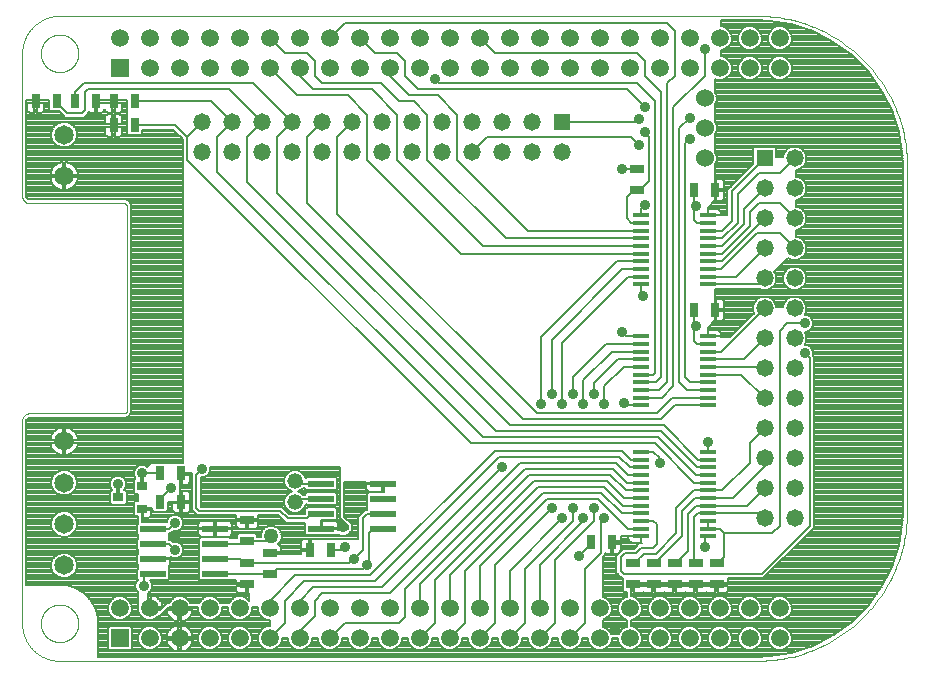
<source format=gtl>
G75*
%MOIN*%
%OFA0B0*%
%FSLAX25Y25*%
%IPPOS*%
%LPD*%
%AMOC8*
5,1,8,0,0,1.08239X$1,22.5*
%
%ADD10R,0.05600X0.01400*%
%ADD11R,0.05937X0.05937*%
%ADD12C,0.05937*%
%ADD13C,0.00000*%
%ADD14R,0.05800X0.05800*%
%ADD15C,0.05800*%
%ADD16R,0.08700X0.02400*%
%ADD17R,0.03150X0.04724*%
%ADD18R,0.04724X0.03150*%
%ADD19C,0.06000*%
%ADD20C,0.05200*%
%ADD21C,0.05000*%
%ADD22C,0.06496*%
%ADD23R,0.03543X0.03150*%
%ADD24C,0.03562*%
%ADD25C,0.00800*%
%ADD26C,0.01200*%
D10*
X0256300Y0046500D03*
X0256300Y0049000D03*
X0256300Y0051600D03*
X0256300Y0054200D03*
X0256300Y0056700D03*
X0256300Y0059300D03*
X0256300Y0061800D03*
X0256300Y0064400D03*
X0256300Y0067000D03*
X0256300Y0069500D03*
X0256300Y0072059D03*
X0256300Y0074618D03*
X0278700Y0074618D03*
X0278700Y0072059D03*
X0278700Y0069500D03*
X0278700Y0067000D03*
X0278700Y0064400D03*
X0278700Y0061800D03*
X0278700Y0059300D03*
X0278700Y0056700D03*
X0278700Y0054200D03*
X0278700Y0051600D03*
X0278700Y0049000D03*
X0278700Y0046500D03*
X0278700Y0090200D03*
X0278700Y0092700D03*
X0278700Y0095300D03*
X0278700Y0097900D03*
X0278700Y0100400D03*
X0278700Y0103000D03*
X0278700Y0105500D03*
X0278700Y0108100D03*
X0278700Y0110700D03*
X0278700Y0113200D03*
X0256300Y0113200D03*
X0256300Y0110700D03*
X0256300Y0108100D03*
X0256300Y0105500D03*
X0256300Y0103000D03*
X0256300Y0100400D03*
X0256300Y0097900D03*
X0256300Y0095300D03*
X0256300Y0092700D03*
X0256300Y0090200D03*
X0256300Y0130500D03*
X0256300Y0133000D03*
X0256300Y0135600D03*
X0256300Y0138200D03*
X0256300Y0140700D03*
X0256300Y0143300D03*
X0256300Y0145800D03*
X0256300Y0148400D03*
X0256300Y0151000D03*
X0256300Y0153500D03*
X0278700Y0153500D03*
X0278700Y0151000D03*
X0278700Y0148400D03*
X0278700Y0145800D03*
X0278700Y0143300D03*
X0278700Y0140700D03*
X0278700Y0138200D03*
X0278700Y0135600D03*
X0278700Y0133000D03*
X0278700Y0130500D03*
D11*
X0082500Y0202500D03*
X0082500Y0012500D03*
D12*
X0092500Y0012500D03*
X0102500Y0012500D03*
X0112500Y0012500D03*
X0122500Y0012500D03*
X0132500Y0012500D03*
X0142500Y0012500D03*
X0152500Y0012500D03*
X0162500Y0012500D03*
X0172500Y0012500D03*
X0182500Y0012500D03*
X0192500Y0012500D03*
X0202500Y0012500D03*
X0212500Y0012500D03*
X0222500Y0012500D03*
X0232500Y0012500D03*
X0242500Y0012500D03*
X0252500Y0012500D03*
X0262500Y0012500D03*
X0272500Y0012500D03*
X0282500Y0012500D03*
X0292500Y0012500D03*
X0302500Y0012500D03*
X0302500Y0022500D03*
X0292500Y0022500D03*
X0282500Y0022500D03*
X0272500Y0022500D03*
X0262500Y0022500D03*
X0252500Y0022500D03*
X0242500Y0022500D03*
X0232500Y0022500D03*
X0222500Y0022500D03*
X0212500Y0022500D03*
X0202500Y0022500D03*
X0192500Y0022500D03*
X0182500Y0022500D03*
X0172500Y0022500D03*
X0162500Y0022500D03*
X0152500Y0022500D03*
X0142500Y0022500D03*
X0132500Y0022500D03*
X0122500Y0022500D03*
X0112500Y0022500D03*
X0102500Y0022500D03*
X0092500Y0022500D03*
X0082500Y0022500D03*
X0092500Y0202500D03*
X0102500Y0202500D03*
X0112500Y0202500D03*
X0122500Y0202500D03*
X0132500Y0202500D03*
X0142500Y0202500D03*
X0152500Y0202500D03*
X0162500Y0202500D03*
X0172500Y0202500D03*
X0182500Y0202500D03*
X0192500Y0202500D03*
X0202500Y0202500D03*
X0212500Y0202500D03*
X0222500Y0202500D03*
X0232500Y0202500D03*
X0242500Y0202500D03*
X0252500Y0202500D03*
X0262500Y0202500D03*
X0272500Y0202500D03*
X0282500Y0202500D03*
X0292500Y0202500D03*
X0302500Y0202500D03*
X0302500Y0212500D03*
X0292500Y0212500D03*
X0282500Y0212500D03*
X0272500Y0212500D03*
X0262500Y0212500D03*
X0252500Y0212500D03*
X0242500Y0212500D03*
X0232500Y0212500D03*
X0222500Y0212500D03*
X0212500Y0212500D03*
X0202500Y0212500D03*
X0192500Y0212500D03*
X0182500Y0212500D03*
X0172500Y0212500D03*
X0162500Y0212500D03*
X0152500Y0212500D03*
X0142500Y0212500D03*
X0132500Y0212500D03*
X0122500Y0212500D03*
X0112500Y0212500D03*
X0102500Y0212500D03*
X0092500Y0212500D03*
X0082500Y0212500D03*
D13*
X0050000Y0085000D02*
X0050000Y0017500D01*
X0056250Y0017500D02*
X0056252Y0017658D01*
X0056258Y0017815D01*
X0056268Y0017973D01*
X0056282Y0018130D01*
X0056300Y0018286D01*
X0056321Y0018443D01*
X0056347Y0018598D01*
X0056377Y0018753D01*
X0056410Y0018907D01*
X0056448Y0019060D01*
X0056489Y0019213D01*
X0056534Y0019364D01*
X0056583Y0019514D01*
X0056636Y0019662D01*
X0056692Y0019810D01*
X0056753Y0019955D01*
X0056816Y0020100D01*
X0056884Y0020242D01*
X0056955Y0020383D01*
X0057029Y0020522D01*
X0057107Y0020659D01*
X0057189Y0020794D01*
X0057273Y0020927D01*
X0057362Y0021058D01*
X0057453Y0021186D01*
X0057548Y0021313D01*
X0057645Y0021436D01*
X0057746Y0021558D01*
X0057850Y0021676D01*
X0057957Y0021792D01*
X0058067Y0021905D01*
X0058179Y0022016D01*
X0058295Y0022123D01*
X0058413Y0022228D01*
X0058533Y0022330D01*
X0058656Y0022428D01*
X0058782Y0022524D01*
X0058910Y0022616D01*
X0059040Y0022705D01*
X0059172Y0022791D01*
X0059307Y0022873D01*
X0059444Y0022952D01*
X0059582Y0023027D01*
X0059722Y0023099D01*
X0059865Y0023167D01*
X0060008Y0023232D01*
X0060154Y0023293D01*
X0060301Y0023350D01*
X0060449Y0023404D01*
X0060599Y0023454D01*
X0060749Y0023500D01*
X0060901Y0023542D01*
X0061054Y0023581D01*
X0061208Y0023615D01*
X0061363Y0023646D01*
X0061518Y0023672D01*
X0061674Y0023695D01*
X0061831Y0023714D01*
X0061988Y0023729D01*
X0062145Y0023740D01*
X0062303Y0023747D01*
X0062461Y0023750D01*
X0062618Y0023749D01*
X0062776Y0023744D01*
X0062933Y0023735D01*
X0063091Y0023722D01*
X0063247Y0023705D01*
X0063404Y0023684D01*
X0063559Y0023660D01*
X0063714Y0023631D01*
X0063869Y0023598D01*
X0064022Y0023562D01*
X0064175Y0023521D01*
X0064326Y0023477D01*
X0064476Y0023429D01*
X0064625Y0023378D01*
X0064773Y0023322D01*
X0064919Y0023263D01*
X0065064Y0023200D01*
X0065207Y0023133D01*
X0065348Y0023063D01*
X0065487Y0022990D01*
X0065625Y0022913D01*
X0065761Y0022832D01*
X0065894Y0022748D01*
X0066025Y0022661D01*
X0066154Y0022570D01*
X0066281Y0022476D01*
X0066406Y0022379D01*
X0066527Y0022279D01*
X0066647Y0022176D01*
X0066763Y0022070D01*
X0066877Y0021961D01*
X0066989Y0021849D01*
X0067097Y0021735D01*
X0067202Y0021617D01*
X0067305Y0021497D01*
X0067404Y0021375D01*
X0067500Y0021250D01*
X0067593Y0021122D01*
X0067683Y0020993D01*
X0067769Y0020861D01*
X0067853Y0020727D01*
X0067932Y0020591D01*
X0068009Y0020453D01*
X0068081Y0020313D01*
X0068150Y0020171D01*
X0068216Y0020028D01*
X0068278Y0019883D01*
X0068336Y0019736D01*
X0068391Y0019588D01*
X0068442Y0019439D01*
X0068489Y0019288D01*
X0068532Y0019137D01*
X0068571Y0018984D01*
X0068607Y0018830D01*
X0068638Y0018676D01*
X0068666Y0018521D01*
X0068690Y0018365D01*
X0068710Y0018208D01*
X0068726Y0018051D01*
X0068738Y0017894D01*
X0068746Y0017737D01*
X0068750Y0017579D01*
X0068750Y0017421D01*
X0068746Y0017263D01*
X0068738Y0017106D01*
X0068726Y0016949D01*
X0068710Y0016792D01*
X0068690Y0016635D01*
X0068666Y0016479D01*
X0068638Y0016324D01*
X0068607Y0016170D01*
X0068571Y0016016D01*
X0068532Y0015863D01*
X0068489Y0015712D01*
X0068442Y0015561D01*
X0068391Y0015412D01*
X0068336Y0015264D01*
X0068278Y0015117D01*
X0068216Y0014972D01*
X0068150Y0014829D01*
X0068081Y0014687D01*
X0068009Y0014547D01*
X0067932Y0014409D01*
X0067853Y0014273D01*
X0067769Y0014139D01*
X0067683Y0014007D01*
X0067593Y0013878D01*
X0067500Y0013750D01*
X0067404Y0013625D01*
X0067305Y0013503D01*
X0067202Y0013383D01*
X0067097Y0013265D01*
X0066989Y0013151D01*
X0066877Y0013039D01*
X0066763Y0012930D01*
X0066647Y0012824D01*
X0066527Y0012721D01*
X0066406Y0012621D01*
X0066281Y0012524D01*
X0066154Y0012430D01*
X0066025Y0012339D01*
X0065894Y0012252D01*
X0065761Y0012168D01*
X0065625Y0012087D01*
X0065487Y0012010D01*
X0065348Y0011937D01*
X0065207Y0011867D01*
X0065064Y0011800D01*
X0064919Y0011737D01*
X0064773Y0011678D01*
X0064625Y0011622D01*
X0064476Y0011571D01*
X0064326Y0011523D01*
X0064175Y0011479D01*
X0064022Y0011438D01*
X0063869Y0011402D01*
X0063714Y0011369D01*
X0063559Y0011340D01*
X0063404Y0011316D01*
X0063247Y0011295D01*
X0063091Y0011278D01*
X0062933Y0011265D01*
X0062776Y0011256D01*
X0062618Y0011251D01*
X0062461Y0011250D01*
X0062303Y0011253D01*
X0062145Y0011260D01*
X0061988Y0011271D01*
X0061831Y0011286D01*
X0061674Y0011305D01*
X0061518Y0011328D01*
X0061363Y0011354D01*
X0061208Y0011385D01*
X0061054Y0011419D01*
X0060901Y0011458D01*
X0060749Y0011500D01*
X0060599Y0011546D01*
X0060449Y0011596D01*
X0060301Y0011650D01*
X0060154Y0011707D01*
X0060008Y0011768D01*
X0059865Y0011833D01*
X0059722Y0011901D01*
X0059582Y0011973D01*
X0059444Y0012048D01*
X0059307Y0012127D01*
X0059172Y0012209D01*
X0059040Y0012295D01*
X0058910Y0012384D01*
X0058782Y0012476D01*
X0058656Y0012572D01*
X0058533Y0012670D01*
X0058413Y0012772D01*
X0058295Y0012877D01*
X0058179Y0012984D01*
X0058067Y0013095D01*
X0057957Y0013208D01*
X0057850Y0013324D01*
X0057746Y0013442D01*
X0057645Y0013564D01*
X0057548Y0013687D01*
X0057453Y0013814D01*
X0057362Y0013942D01*
X0057273Y0014073D01*
X0057189Y0014206D01*
X0057107Y0014341D01*
X0057029Y0014478D01*
X0056955Y0014617D01*
X0056884Y0014758D01*
X0056816Y0014900D01*
X0056753Y0015045D01*
X0056692Y0015190D01*
X0056636Y0015338D01*
X0056583Y0015486D01*
X0056534Y0015636D01*
X0056489Y0015787D01*
X0056448Y0015940D01*
X0056410Y0016093D01*
X0056377Y0016247D01*
X0056347Y0016402D01*
X0056321Y0016557D01*
X0056300Y0016714D01*
X0056282Y0016870D01*
X0056268Y0017027D01*
X0056258Y0017185D01*
X0056252Y0017342D01*
X0056250Y0017500D01*
X0050000Y0017500D02*
X0050004Y0017198D01*
X0050015Y0016896D01*
X0050033Y0016595D01*
X0050058Y0016294D01*
X0050091Y0015993D01*
X0050131Y0015694D01*
X0050178Y0015396D01*
X0050233Y0015098D01*
X0050294Y0014803D01*
X0050363Y0014509D01*
X0050439Y0014216D01*
X0050522Y0013926D01*
X0050612Y0013637D01*
X0050709Y0013351D01*
X0050812Y0013067D01*
X0050923Y0012786D01*
X0051040Y0012508D01*
X0051164Y0012232D01*
X0051295Y0011960D01*
X0051432Y0011691D01*
X0051575Y0011425D01*
X0051725Y0011163D01*
X0051882Y0010904D01*
X0052044Y0010650D01*
X0052213Y0010399D01*
X0052387Y0010153D01*
X0052568Y0009910D01*
X0052754Y0009673D01*
X0052946Y0009439D01*
X0053144Y0009211D01*
X0053347Y0008987D01*
X0053555Y0008769D01*
X0053769Y0008555D01*
X0053987Y0008347D01*
X0054211Y0008144D01*
X0054439Y0007946D01*
X0054673Y0007754D01*
X0054910Y0007568D01*
X0055153Y0007387D01*
X0055399Y0007213D01*
X0055650Y0007044D01*
X0055904Y0006882D01*
X0056163Y0006725D01*
X0056425Y0006575D01*
X0056691Y0006432D01*
X0056960Y0006295D01*
X0057232Y0006164D01*
X0057508Y0006040D01*
X0057786Y0005923D01*
X0058067Y0005812D01*
X0058351Y0005709D01*
X0058637Y0005612D01*
X0058926Y0005522D01*
X0059216Y0005439D01*
X0059509Y0005363D01*
X0059803Y0005294D01*
X0060098Y0005233D01*
X0060396Y0005178D01*
X0060694Y0005131D01*
X0060993Y0005091D01*
X0061294Y0005058D01*
X0061595Y0005033D01*
X0061896Y0005015D01*
X0062198Y0005004D01*
X0062500Y0005000D01*
X0295000Y0005000D01*
X0296208Y0005015D01*
X0297416Y0005058D01*
X0298622Y0005131D01*
X0299826Y0005233D01*
X0301027Y0005365D01*
X0302224Y0005525D01*
X0303418Y0005714D01*
X0304606Y0005931D01*
X0305789Y0006178D01*
X0306966Y0006453D01*
X0308135Y0006756D01*
X0309297Y0007088D01*
X0310451Y0007447D01*
X0311595Y0007834D01*
X0312730Y0008249D01*
X0313855Y0008691D01*
X0314968Y0009160D01*
X0316070Y0009656D01*
X0317160Y0010179D01*
X0318236Y0010727D01*
X0319299Y0011302D01*
X0320348Y0011902D01*
X0321382Y0012527D01*
X0322401Y0013176D01*
X0323403Y0013851D01*
X0324389Y0014549D01*
X0325358Y0015271D01*
X0326309Y0016016D01*
X0327242Y0016784D01*
X0328156Y0017574D01*
X0329051Y0018387D01*
X0329926Y0019220D01*
X0330780Y0020074D01*
X0331613Y0020949D01*
X0332426Y0021844D01*
X0333216Y0022758D01*
X0333984Y0023691D01*
X0334729Y0024642D01*
X0335451Y0025611D01*
X0336149Y0026597D01*
X0336824Y0027599D01*
X0337473Y0028618D01*
X0338098Y0029652D01*
X0338698Y0030701D01*
X0339273Y0031764D01*
X0339821Y0032840D01*
X0340344Y0033930D01*
X0340840Y0035032D01*
X0341309Y0036145D01*
X0341751Y0037270D01*
X0342166Y0038405D01*
X0342553Y0039549D01*
X0342912Y0040703D01*
X0343244Y0041865D01*
X0343547Y0043034D01*
X0343822Y0044211D01*
X0344069Y0045394D01*
X0344286Y0046582D01*
X0344475Y0047776D01*
X0344635Y0048973D01*
X0344767Y0050174D01*
X0344869Y0051378D01*
X0344942Y0052584D01*
X0344985Y0053792D01*
X0345000Y0055000D01*
X0345000Y0170000D01*
X0344985Y0171208D01*
X0344942Y0172416D01*
X0344869Y0173622D01*
X0344767Y0174826D01*
X0344635Y0176027D01*
X0344475Y0177224D01*
X0344286Y0178418D01*
X0344069Y0179606D01*
X0343822Y0180789D01*
X0343547Y0181966D01*
X0343244Y0183135D01*
X0342912Y0184297D01*
X0342553Y0185451D01*
X0342166Y0186595D01*
X0341751Y0187730D01*
X0341309Y0188855D01*
X0340840Y0189968D01*
X0340344Y0191070D01*
X0339821Y0192160D01*
X0339273Y0193236D01*
X0338698Y0194299D01*
X0338098Y0195348D01*
X0337473Y0196382D01*
X0336824Y0197401D01*
X0336149Y0198403D01*
X0335451Y0199389D01*
X0334729Y0200358D01*
X0333984Y0201309D01*
X0333216Y0202242D01*
X0332426Y0203156D01*
X0331613Y0204051D01*
X0330780Y0204926D01*
X0329926Y0205780D01*
X0329051Y0206613D01*
X0328156Y0207426D01*
X0327242Y0208216D01*
X0326309Y0208984D01*
X0325358Y0209729D01*
X0324389Y0210451D01*
X0323403Y0211149D01*
X0322401Y0211824D01*
X0321382Y0212473D01*
X0320348Y0213098D01*
X0319299Y0213698D01*
X0318236Y0214273D01*
X0317160Y0214821D01*
X0316070Y0215344D01*
X0314968Y0215840D01*
X0313855Y0216309D01*
X0312730Y0216751D01*
X0311595Y0217166D01*
X0310451Y0217553D01*
X0309297Y0217912D01*
X0308135Y0218244D01*
X0306966Y0218547D01*
X0305789Y0218822D01*
X0304606Y0219069D01*
X0303418Y0219286D01*
X0302224Y0219475D01*
X0301027Y0219635D01*
X0299826Y0219767D01*
X0298622Y0219869D01*
X0297416Y0219942D01*
X0296208Y0219985D01*
X0295000Y0220000D01*
X0062500Y0220000D01*
X0056250Y0207500D02*
X0056252Y0207658D01*
X0056258Y0207815D01*
X0056268Y0207973D01*
X0056282Y0208130D01*
X0056300Y0208286D01*
X0056321Y0208443D01*
X0056347Y0208598D01*
X0056377Y0208753D01*
X0056410Y0208907D01*
X0056448Y0209060D01*
X0056489Y0209213D01*
X0056534Y0209364D01*
X0056583Y0209514D01*
X0056636Y0209662D01*
X0056692Y0209810D01*
X0056753Y0209955D01*
X0056816Y0210100D01*
X0056884Y0210242D01*
X0056955Y0210383D01*
X0057029Y0210522D01*
X0057107Y0210659D01*
X0057189Y0210794D01*
X0057273Y0210927D01*
X0057362Y0211058D01*
X0057453Y0211186D01*
X0057548Y0211313D01*
X0057645Y0211436D01*
X0057746Y0211558D01*
X0057850Y0211676D01*
X0057957Y0211792D01*
X0058067Y0211905D01*
X0058179Y0212016D01*
X0058295Y0212123D01*
X0058413Y0212228D01*
X0058533Y0212330D01*
X0058656Y0212428D01*
X0058782Y0212524D01*
X0058910Y0212616D01*
X0059040Y0212705D01*
X0059172Y0212791D01*
X0059307Y0212873D01*
X0059444Y0212952D01*
X0059582Y0213027D01*
X0059722Y0213099D01*
X0059865Y0213167D01*
X0060008Y0213232D01*
X0060154Y0213293D01*
X0060301Y0213350D01*
X0060449Y0213404D01*
X0060599Y0213454D01*
X0060749Y0213500D01*
X0060901Y0213542D01*
X0061054Y0213581D01*
X0061208Y0213615D01*
X0061363Y0213646D01*
X0061518Y0213672D01*
X0061674Y0213695D01*
X0061831Y0213714D01*
X0061988Y0213729D01*
X0062145Y0213740D01*
X0062303Y0213747D01*
X0062461Y0213750D01*
X0062618Y0213749D01*
X0062776Y0213744D01*
X0062933Y0213735D01*
X0063091Y0213722D01*
X0063247Y0213705D01*
X0063404Y0213684D01*
X0063559Y0213660D01*
X0063714Y0213631D01*
X0063869Y0213598D01*
X0064022Y0213562D01*
X0064175Y0213521D01*
X0064326Y0213477D01*
X0064476Y0213429D01*
X0064625Y0213378D01*
X0064773Y0213322D01*
X0064919Y0213263D01*
X0065064Y0213200D01*
X0065207Y0213133D01*
X0065348Y0213063D01*
X0065487Y0212990D01*
X0065625Y0212913D01*
X0065761Y0212832D01*
X0065894Y0212748D01*
X0066025Y0212661D01*
X0066154Y0212570D01*
X0066281Y0212476D01*
X0066406Y0212379D01*
X0066527Y0212279D01*
X0066647Y0212176D01*
X0066763Y0212070D01*
X0066877Y0211961D01*
X0066989Y0211849D01*
X0067097Y0211735D01*
X0067202Y0211617D01*
X0067305Y0211497D01*
X0067404Y0211375D01*
X0067500Y0211250D01*
X0067593Y0211122D01*
X0067683Y0210993D01*
X0067769Y0210861D01*
X0067853Y0210727D01*
X0067932Y0210591D01*
X0068009Y0210453D01*
X0068081Y0210313D01*
X0068150Y0210171D01*
X0068216Y0210028D01*
X0068278Y0209883D01*
X0068336Y0209736D01*
X0068391Y0209588D01*
X0068442Y0209439D01*
X0068489Y0209288D01*
X0068532Y0209137D01*
X0068571Y0208984D01*
X0068607Y0208830D01*
X0068638Y0208676D01*
X0068666Y0208521D01*
X0068690Y0208365D01*
X0068710Y0208208D01*
X0068726Y0208051D01*
X0068738Y0207894D01*
X0068746Y0207737D01*
X0068750Y0207579D01*
X0068750Y0207421D01*
X0068746Y0207263D01*
X0068738Y0207106D01*
X0068726Y0206949D01*
X0068710Y0206792D01*
X0068690Y0206635D01*
X0068666Y0206479D01*
X0068638Y0206324D01*
X0068607Y0206170D01*
X0068571Y0206016D01*
X0068532Y0205863D01*
X0068489Y0205712D01*
X0068442Y0205561D01*
X0068391Y0205412D01*
X0068336Y0205264D01*
X0068278Y0205117D01*
X0068216Y0204972D01*
X0068150Y0204829D01*
X0068081Y0204687D01*
X0068009Y0204547D01*
X0067932Y0204409D01*
X0067853Y0204273D01*
X0067769Y0204139D01*
X0067683Y0204007D01*
X0067593Y0203878D01*
X0067500Y0203750D01*
X0067404Y0203625D01*
X0067305Y0203503D01*
X0067202Y0203383D01*
X0067097Y0203265D01*
X0066989Y0203151D01*
X0066877Y0203039D01*
X0066763Y0202930D01*
X0066647Y0202824D01*
X0066527Y0202721D01*
X0066406Y0202621D01*
X0066281Y0202524D01*
X0066154Y0202430D01*
X0066025Y0202339D01*
X0065894Y0202252D01*
X0065761Y0202168D01*
X0065625Y0202087D01*
X0065487Y0202010D01*
X0065348Y0201937D01*
X0065207Y0201867D01*
X0065064Y0201800D01*
X0064919Y0201737D01*
X0064773Y0201678D01*
X0064625Y0201622D01*
X0064476Y0201571D01*
X0064326Y0201523D01*
X0064175Y0201479D01*
X0064022Y0201438D01*
X0063869Y0201402D01*
X0063714Y0201369D01*
X0063559Y0201340D01*
X0063404Y0201316D01*
X0063247Y0201295D01*
X0063091Y0201278D01*
X0062933Y0201265D01*
X0062776Y0201256D01*
X0062618Y0201251D01*
X0062461Y0201250D01*
X0062303Y0201253D01*
X0062145Y0201260D01*
X0061988Y0201271D01*
X0061831Y0201286D01*
X0061674Y0201305D01*
X0061518Y0201328D01*
X0061363Y0201354D01*
X0061208Y0201385D01*
X0061054Y0201419D01*
X0060901Y0201458D01*
X0060749Y0201500D01*
X0060599Y0201546D01*
X0060449Y0201596D01*
X0060301Y0201650D01*
X0060154Y0201707D01*
X0060008Y0201768D01*
X0059865Y0201833D01*
X0059722Y0201901D01*
X0059582Y0201973D01*
X0059444Y0202048D01*
X0059307Y0202127D01*
X0059172Y0202209D01*
X0059040Y0202295D01*
X0058910Y0202384D01*
X0058782Y0202476D01*
X0058656Y0202572D01*
X0058533Y0202670D01*
X0058413Y0202772D01*
X0058295Y0202877D01*
X0058179Y0202984D01*
X0058067Y0203095D01*
X0057957Y0203208D01*
X0057850Y0203324D01*
X0057746Y0203442D01*
X0057645Y0203564D01*
X0057548Y0203687D01*
X0057453Y0203814D01*
X0057362Y0203942D01*
X0057273Y0204073D01*
X0057189Y0204206D01*
X0057107Y0204341D01*
X0057029Y0204478D01*
X0056955Y0204617D01*
X0056884Y0204758D01*
X0056816Y0204900D01*
X0056753Y0205045D01*
X0056692Y0205190D01*
X0056636Y0205338D01*
X0056583Y0205486D01*
X0056534Y0205636D01*
X0056489Y0205787D01*
X0056448Y0205940D01*
X0056410Y0206093D01*
X0056377Y0206247D01*
X0056347Y0206402D01*
X0056321Y0206557D01*
X0056300Y0206714D01*
X0056282Y0206870D01*
X0056268Y0207027D01*
X0056258Y0207185D01*
X0056252Y0207342D01*
X0056250Y0207500D01*
X0050000Y0207500D02*
X0050000Y0160000D01*
X0050002Y0159902D01*
X0050008Y0159804D01*
X0050017Y0159706D01*
X0050031Y0159609D01*
X0050048Y0159512D01*
X0050069Y0159416D01*
X0050094Y0159321D01*
X0050122Y0159227D01*
X0050155Y0159135D01*
X0050190Y0159043D01*
X0050230Y0158953D01*
X0050272Y0158865D01*
X0050319Y0158778D01*
X0050368Y0158694D01*
X0050421Y0158611D01*
X0050477Y0158531D01*
X0050537Y0158452D01*
X0050599Y0158376D01*
X0050664Y0158303D01*
X0050732Y0158232D01*
X0050803Y0158164D01*
X0050876Y0158099D01*
X0050952Y0158037D01*
X0051031Y0157977D01*
X0051111Y0157921D01*
X0051194Y0157868D01*
X0051278Y0157819D01*
X0051365Y0157772D01*
X0051453Y0157730D01*
X0051543Y0157690D01*
X0051635Y0157655D01*
X0051727Y0157622D01*
X0051821Y0157594D01*
X0051916Y0157569D01*
X0052012Y0157548D01*
X0052109Y0157531D01*
X0052206Y0157517D01*
X0052304Y0157508D01*
X0052402Y0157502D01*
X0052500Y0157500D01*
X0084000Y0157500D01*
X0084060Y0157498D01*
X0084121Y0157493D01*
X0084180Y0157484D01*
X0084239Y0157471D01*
X0084298Y0157455D01*
X0084355Y0157435D01*
X0084410Y0157412D01*
X0084465Y0157385D01*
X0084517Y0157356D01*
X0084568Y0157323D01*
X0084617Y0157287D01*
X0084663Y0157249D01*
X0084707Y0157207D01*
X0084749Y0157163D01*
X0084787Y0157117D01*
X0084823Y0157068D01*
X0084856Y0157017D01*
X0084885Y0156965D01*
X0084912Y0156910D01*
X0084935Y0156855D01*
X0084955Y0156798D01*
X0084971Y0156739D01*
X0084984Y0156680D01*
X0084993Y0156621D01*
X0084998Y0156560D01*
X0085000Y0156500D01*
X0085000Y0088500D01*
X0084998Y0088440D01*
X0084993Y0088379D01*
X0084984Y0088320D01*
X0084971Y0088261D01*
X0084955Y0088202D01*
X0084935Y0088145D01*
X0084912Y0088090D01*
X0084885Y0088035D01*
X0084856Y0087983D01*
X0084823Y0087932D01*
X0084787Y0087883D01*
X0084749Y0087837D01*
X0084707Y0087793D01*
X0084663Y0087751D01*
X0084617Y0087713D01*
X0084568Y0087677D01*
X0084517Y0087644D01*
X0084465Y0087615D01*
X0084410Y0087588D01*
X0084355Y0087565D01*
X0084298Y0087545D01*
X0084239Y0087529D01*
X0084180Y0087516D01*
X0084121Y0087507D01*
X0084060Y0087502D01*
X0084000Y0087500D01*
X0052500Y0087500D01*
X0052402Y0087498D01*
X0052304Y0087492D01*
X0052206Y0087483D01*
X0052109Y0087469D01*
X0052012Y0087452D01*
X0051916Y0087431D01*
X0051821Y0087406D01*
X0051727Y0087378D01*
X0051635Y0087345D01*
X0051543Y0087310D01*
X0051453Y0087270D01*
X0051365Y0087228D01*
X0051278Y0087181D01*
X0051194Y0087132D01*
X0051111Y0087079D01*
X0051031Y0087023D01*
X0050952Y0086963D01*
X0050876Y0086901D01*
X0050803Y0086836D01*
X0050732Y0086768D01*
X0050664Y0086697D01*
X0050599Y0086624D01*
X0050537Y0086548D01*
X0050477Y0086469D01*
X0050421Y0086389D01*
X0050368Y0086306D01*
X0050319Y0086222D01*
X0050272Y0086135D01*
X0050230Y0086047D01*
X0050190Y0085957D01*
X0050155Y0085865D01*
X0050122Y0085773D01*
X0050094Y0085679D01*
X0050069Y0085584D01*
X0050048Y0085488D01*
X0050031Y0085391D01*
X0050017Y0085294D01*
X0050008Y0085196D01*
X0050002Y0085098D01*
X0050000Y0085000D01*
X0050000Y0207500D02*
X0050004Y0207802D01*
X0050015Y0208104D01*
X0050033Y0208405D01*
X0050058Y0208706D01*
X0050091Y0209007D01*
X0050131Y0209306D01*
X0050178Y0209604D01*
X0050233Y0209902D01*
X0050294Y0210197D01*
X0050363Y0210491D01*
X0050439Y0210784D01*
X0050522Y0211074D01*
X0050612Y0211363D01*
X0050709Y0211649D01*
X0050812Y0211933D01*
X0050923Y0212214D01*
X0051040Y0212492D01*
X0051164Y0212768D01*
X0051295Y0213040D01*
X0051432Y0213309D01*
X0051575Y0213575D01*
X0051725Y0213837D01*
X0051882Y0214096D01*
X0052044Y0214350D01*
X0052213Y0214601D01*
X0052387Y0214847D01*
X0052568Y0215090D01*
X0052754Y0215327D01*
X0052946Y0215561D01*
X0053144Y0215789D01*
X0053347Y0216013D01*
X0053555Y0216231D01*
X0053769Y0216445D01*
X0053987Y0216653D01*
X0054211Y0216856D01*
X0054439Y0217054D01*
X0054673Y0217246D01*
X0054910Y0217432D01*
X0055153Y0217613D01*
X0055399Y0217787D01*
X0055650Y0217956D01*
X0055904Y0218118D01*
X0056163Y0218275D01*
X0056425Y0218425D01*
X0056691Y0218568D01*
X0056960Y0218705D01*
X0057232Y0218836D01*
X0057508Y0218960D01*
X0057786Y0219077D01*
X0058067Y0219188D01*
X0058351Y0219291D01*
X0058637Y0219388D01*
X0058926Y0219478D01*
X0059216Y0219561D01*
X0059509Y0219637D01*
X0059803Y0219706D01*
X0060098Y0219767D01*
X0060396Y0219822D01*
X0060694Y0219869D01*
X0060993Y0219909D01*
X0061294Y0219942D01*
X0061595Y0219967D01*
X0061896Y0219985D01*
X0062198Y0219996D01*
X0062500Y0220000D01*
D14*
X0230000Y0184500D03*
X0297500Y0172500D03*
D15*
X0307500Y0172500D03*
X0307500Y0162500D03*
X0297500Y0162500D03*
X0297500Y0152500D03*
X0307500Y0152500D03*
X0307500Y0142500D03*
X0297500Y0142500D03*
X0297500Y0132500D03*
X0307500Y0132500D03*
X0307500Y0122500D03*
X0297500Y0122500D03*
X0297500Y0112500D03*
X0307500Y0112500D03*
X0307500Y0102500D03*
X0297500Y0102500D03*
X0297500Y0092500D03*
X0307500Y0092500D03*
X0307500Y0082500D03*
X0297500Y0082500D03*
X0297500Y0072500D03*
X0307500Y0072500D03*
X0307500Y0062500D03*
X0297500Y0062500D03*
X0297500Y0052500D03*
X0307500Y0052500D03*
X0230000Y0174500D03*
X0220000Y0174500D03*
X0210000Y0174500D03*
X0200000Y0174500D03*
X0190000Y0174500D03*
X0180000Y0174500D03*
X0170000Y0174500D03*
X0160000Y0174500D03*
X0150000Y0174500D03*
X0140000Y0174500D03*
X0130000Y0174500D03*
X0120000Y0174500D03*
X0110000Y0174500D03*
X0110000Y0184500D03*
X0120000Y0184500D03*
X0130000Y0184500D03*
X0140000Y0184500D03*
X0150000Y0184500D03*
X0160000Y0184500D03*
X0170000Y0184500D03*
X0180000Y0184500D03*
X0190000Y0184500D03*
X0200000Y0184500D03*
X0210000Y0184500D03*
X0220000Y0184500D03*
D16*
X0170300Y0064000D03*
X0170300Y0059000D03*
X0170300Y0054000D03*
X0170300Y0049000D03*
X0149700Y0049000D03*
X0149700Y0054000D03*
X0149700Y0059000D03*
X0149700Y0064000D03*
X0114300Y0049000D03*
X0114300Y0044000D03*
X0114300Y0039000D03*
X0114300Y0034000D03*
X0093700Y0034000D03*
X0093700Y0039000D03*
X0093700Y0044000D03*
X0093700Y0049000D03*
D17*
X0095957Y0058000D03*
X0103043Y0058000D03*
X0103043Y0067500D03*
X0095957Y0067500D03*
X0145957Y0042000D03*
X0153043Y0042000D03*
X0239457Y0044500D03*
X0246543Y0044500D03*
X0273957Y0122000D03*
X0281043Y0122000D03*
X0281043Y0162000D03*
X0273957Y0162000D03*
X0087543Y0183500D03*
X0080457Y0183500D03*
X0080457Y0191500D03*
X0074543Y0191500D03*
X0067457Y0191500D03*
X0061543Y0191500D03*
X0054457Y0191500D03*
X0087543Y0191500D03*
D18*
X0255000Y0169043D03*
X0255000Y0161957D03*
X0125000Y0052043D03*
X0125000Y0044957D03*
X0132500Y0041043D03*
X0125000Y0037543D03*
X0132500Y0033957D03*
X0125000Y0030457D03*
X0253500Y0030457D03*
X0260500Y0030457D03*
X0267500Y0030457D03*
X0274500Y0030457D03*
X0281500Y0030457D03*
X0281500Y0037543D03*
X0274500Y0037543D03*
X0267500Y0037543D03*
X0260500Y0037543D03*
X0253500Y0037543D03*
D19*
X0277500Y0172500D03*
X0277500Y0182500D03*
X0277500Y0192500D03*
D20*
X0141000Y0065000D03*
X0141000Y0058000D03*
D21*
X0133000Y0046500D03*
D22*
X0064000Y0050610D03*
X0064000Y0036831D03*
X0064000Y0064390D03*
X0064000Y0078169D03*
X0064000Y0166610D03*
X0064000Y0180390D03*
D23*
X0089937Y0063240D03*
X0082063Y0059500D03*
X0089937Y0055760D03*
D24*
X0082000Y0064000D03*
X0090000Y0067500D03*
X0099500Y0062500D03*
X0110000Y0069000D03*
X0101000Y0051000D03*
X0101000Y0046500D03*
X0101000Y0042000D03*
X0090500Y0030000D03*
X0157500Y0043000D03*
X0160500Y0039000D03*
X0165000Y0037000D03*
X0157000Y0049500D03*
X0210000Y0069500D03*
X0226500Y0056000D03*
X0230000Y0052500D03*
X0233500Y0056000D03*
X0237000Y0052500D03*
X0240500Y0056000D03*
X0244000Y0052500D03*
X0235500Y0040000D03*
X0277500Y0043000D03*
X0247500Y0016000D03*
X0262500Y0071000D03*
X0278500Y0078000D03*
X0250500Y0091000D03*
X0244000Y0090500D03*
X0240500Y0094000D03*
X0237000Y0090500D03*
X0233500Y0094000D03*
X0230000Y0090500D03*
X0226500Y0094000D03*
X0223000Y0090500D03*
X0250000Y0114500D03*
X0257000Y0126500D03*
X0274500Y0116500D03*
X0311000Y0117500D03*
X0311000Y0107500D03*
X0274500Y0156500D03*
X0257500Y0157000D03*
X0250000Y0169000D03*
X0255500Y0177000D03*
X0257500Y0181250D03*
X0255500Y0185500D03*
X0257500Y0189500D03*
X0272500Y0186000D03*
X0272500Y0179000D03*
X0277500Y0209000D03*
X0187500Y0199000D03*
D25*
X0189000Y0197500D01*
X0255000Y0197500D01*
X0261000Y0191500D01*
X0261000Y0101000D01*
X0260400Y0100400D01*
X0256300Y0100400D01*
X0256300Y0097900D02*
X0261400Y0097900D01*
X0263000Y0099500D01*
X0263000Y0194500D01*
X0257500Y0200000D01*
X0257500Y0205000D01*
X0255000Y0207500D01*
X0207500Y0207500D01*
X0202500Y0212500D01*
X0177500Y0205000D02*
X0177500Y0200000D01*
X0182000Y0195500D01*
X0251500Y0195500D01*
X0257500Y0189500D01*
X0255500Y0185500D02*
X0254500Y0184500D01*
X0230000Y0184500D01*
X0253000Y0179500D02*
X0255500Y0177000D01*
X0253000Y0179500D02*
X0205000Y0179500D01*
X0200000Y0174500D01*
X0195000Y0172000D02*
X0218600Y0148400D01*
X0256300Y0148400D01*
X0256300Y0145800D02*
X0211200Y0145800D01*
X0185000Y0172000D01*
X0185000Y0187000D01*
X0180500Y0191500D01*
X0175500Y0191500D01*
X0169500Y0197500D01*
X0150000Y0197500D01*
X0147500Y0200000D01*
X0147500Y0205000D01*
X0145000Y0207500D01*
X0137500Y0207500D01*
X0132500Y0212500D01*
X0132500Y0202500D02*
X0141500Y0193500D01*
X0158500Y0193500D01*
X0165000Y0187000D01*
X0165000Y0172000D01*
X0196300Y0140700D01*
X0256300Y0140700D01*
X0256300Y0138200D02*
X0248200Y0138200D01*
X0223000Y0113000D01*
X0223000Y0090500D01*
X0221500Y0087500D02*
X0155000Y0154000D01*
X0155000Y0179500D01*
X0160000Y0184500D01*
X0150000Y0184500D02*
X0145000Y0179500D01*
X0145000Y0157500D01*
X0217000Y0085500D01*
X0263000Y0085500D01*
X0267700Y0090200D01*
X0278700Y0090200D01*
X0278700Y0092700D02*
X0266700Y0092700D01*
X0261500Y0087500D01*
X0221500Y0087500D01*
X0230000Y0090500D02*
X0230000Y0111000D01*
X0252000Y0133000D01*
X0256300Y0133000D01*
X0256300Y0135600D02*
X0250100Y0135600D01*
X0226500Y0112000D01*
X0226500Y0094000D01*
X0233500Y0094000D02*
X0233500Y0099500D01*
X0244700Y0110700D01*
X0256300Y0110700D01*
X0256300Y0108100D02*
X0246600Y0108100D01*
X0237000Y0098500D01*
X0237000Y0090500D01*
X0240500Y0094000D02*
X0240500Y0097500D01*
X0248500Y0105500D01*
X0256300Y0105500D01*
X0256300Y0103000D02*
X0250500Y0103000D01*
X0244000Y0096500D01*
X0244000Y0090500D01*
X0250500Y0091000D02*
X0251300Y0090200D01*
X0256300Y0090200D01*
X0256300Y0092700D02*
X0263200Y0092700D01*
X0267000Y0096500D01*
X0267000Y0189500D01*
X0277500Y0200000D01*
X0277500Y0209000D01*
X0283000Y0208531D02*
X0283000Y0206468D01*
X0283289Y0206468D01*
X0284748Y0205864D01*
X0285864Y0204748D01*
X0286468Y0203289D01*
X0286468Y0201711D01*
X0285864Y0200252D01*
X0284748Y0199136D01*
X0283289Y0198531D01*
X0281711Y0198531D01*
X0281000Y0198826D01*
X0281000Y0194503D01*
X0281500Y0193296D01*
X0281500Y0191704D01*
X0281000Y0190497D01*
X0281000Y0184503D01*
X0281500Y0183296D01*
X0281500Y0181704D01*
X0281000Y0180497D01*
X0281000Y0174503D01*
X0281500Y0173296D01*
X0281500Y0171704D01*
X0281000Y0170497D01*
X0281000Y0162387D01*
X0281431Y0162387D01*
X0284018Y0162387D01*
X0284018Y0164547D01*
X0283923Y0164903D01*
X0283738Y0165222D01*
X0283478Y0165482D01*
X0283158Y0165667D01*
X0282802Y0165762D01*
X0281431Y0165762D01*
X0281431Y0162387D01*
X0281431Y0161613D01*
X0284018Y0161613D01*
X0284018Y0159453D01*
X0283923Y0159097D01*
X0283738Y0158778D01*
X0283478Y0158518D01*
X0283158Y0158333D01*
X0282802Y0158238D01*
X0281431Y0158238D01*
X0281431Y0161613D01*
X0281000Y0161613D01*
X0281000Y0158500D01*
X0278500Y0156000D01*
X0278500Y0155600D01*
X0278700Y0155600D01*
X0278700Y0153500D01*
X0278700Y0153500D01*
X0282900Y0153500D01*
X0282900Y0154384D01*
X0282805Y0154740D01*
X0282620Y0155060D01*
X0282360Y0155320D01*
X0282040Y0155505D01*
X0281684Y0155600D01*
X0278700Y0155600D01*
X0278700Y0153500D01*
X0278700Y0153500D01*
X0285100Y0153500D01*
X0285100Y0162080D01*
X0293600Y0170580D01*
X0293600Y0175814D01*
X0294186Y0176400D01*
X0300814Y0176400D01*
X0301400Y0175814D01*
X0301400Y0173000D01*
X0303600Y0173000D01*
X0303600Y0173276D01*
X0304194Y0174709D01*
X0305291Y0175806D01*
X0306724Y0176400D01*
X0308276Y0176400D01*
X0309709Y0175806D01*
X0310806Y0174709D01*
X0311400Y0173276D01*
X0311400Y0171724D01*
X0310806Y0170291D01*
X0309709Y0169194D01*
X0308276Y0168600D01*
X0308000Y0168600D01*
X0308000Y0166400D01*
X0308276Y0166400D01*
X0309709Y0165806D01*
X0310806Y0164709D01*
X0311400Y0163276D01*
X0311400Y0161724D01*
X0310806Y0160291D01*
X0309709Y0159194D01*
X0308276Y0158600D01*
X0308000Y0158600D01*
X0308000Y0156400D01*
X0308276Y0156400D01*
X0309709Y0155806D01*
X0310806Y0154709D01*
X0311400Y0153276D01*
X0311400Y0151724D01*
X0310806Y0150291D01*
X0309709Y0149194D01*
X0308276Y0148600D01*
X0308000Y0148600D01*
X0308000Y0146400D01*
X0308276Y0146400D01*
X0309709Y0145806D01*
X0310806Y0144709D01*
X0311400Y0143276D01*
X0311400Y0141724D01*
X0310806Y0140291D01*
X0309709Y0139194D01*
X0308276Y0138600D01*
X0306724Y0138600D01*
X0305291Y0139194D01*
X0305242Y0139242D01*
X0300758Y0134758D01*
X0300806Y0134709D01*
X0301400Y0133276D01*
X0301400Y0131724D01*
X0300806Y0130291D01*
X0299709Y0129194D01*
X0298276Y0128600D01*
X0296724Y0128600D01*
X0295517Y0129100D01*
X0295100Y0129100D01*
X0295000Y0129000D01*
X0282114Y0129000D01*
X0281914Y0128800D01*
X0281000Y0128800D01*
X0281000Y0122387D01*
X0281431Y0122387D01*
X0284018Y0122387D01*
X0284018Y0124547D01*
X0283923Y0124903D01*
X0283738Y0125222D01*
X0283478Y0125482D01*
X0283158Y0125667D01*
X0282802Y0125762D01*
X0281431Y0125762D01*
X0281431Y0122387D01*
X0281431Y0121613D01*
X0284018Y0121613D01*
X0284018Y0119453D01*
X0283923Y0119097D01*
X0283738Y0118778D01*
X0283478Y0118518D01*
X0283158Y0118333D01*
X0282802Y0118238D01*
X0281431Y0118238D01*
X0281431Y0121613D01*
X0281000Y0121613D01*
X0281000Y0118500D01*
X0278500Y0116000D01*
X0278500Y0115300D01*
X0278700Y0115300D01*
X0278700Y0113200D01*
X0278700Y0113200D01*
X0282900Y0113200D01*
X0282900Y0114084D01*
X0282805Y0114440D01*
X0282620Y0114760D01*
X0282360Y0115020D01*
X0282040Y0115205D01*
X0281684Y0115300D01*
X0278700Y0115300D01*
X0278700Y0113200D01*
X0278700Y0113200D01*
X0282900Y0113200D01*
X0282900Y0113000D01*
X0286020Y0113000D01*
X0293935Y0120915D01*
X0293600Y0121724D01*
X0293600Y0123276D01*
X0294194Y0124709D01*
X0295291Y0125806D01*
X0296724Y0126400D01*
X0298276Y0126400D01*
X0299709Y0125806D01*
X0300806Y0124709D01*
X0301400Y0123276D01*
X0301400Y0123000D01*
X0303600Y0123000D01*
X0303600Y0123276D01*
X0304194Y0124709D01*
X0305291Y0125806D01*
X0306724Y0126400D01*
X0308276Y0126400D01*
X0309709Y0125806D01*
X0310806Y0124709D01*
X0311400Y0123276D01*
X0311400Y0121724D01*
X0310806Y0120291D01*
X0310797Y0120281D01*
X0311553Y0120281D01*
X0312575Y0119858D01*
X0313358Y0119075D01*
X0313781Y0118053D01*
X0313781Y0116947D01*
X0313358Y0115925D01*
X0312575Y0115142D01*
X0311553Y0114719D01*
X0310797Y0114719D01*
X0310806Y0114709D01*
X0311400Y0113276D01*
X0311400Y0111724D01*
X0310806Y0110291D01*
X0310797Y0110281D01*
X0311553Y0110281D01*
X0312575Y0109858D01*
X0313358Y0109075D01*
X0313781Y0108053D01*
X0313781Y0106947D01*
X0313708Y0106771D01*
X0313900Y0106580D01*
X0313900Y0051580D01*
X0313900Y0050580D01*
X0313900Y0049420D01*
X0297080Y0032600D01*
X0285151Y0032600D01*
X0285167Y0032572D01*
X0285262Y0032216D01*
X0285262Y0030844D01*
X0281887Y0030844D01*
X0281887Y0030069D01*
X0281887Y0027482D01*
X0284047Y0027482D01*
X0284403Y0027577D01*
X0284722Y0027762D01*
X0284982Y0028022D01*
X0285167Y0028341D01*
X0285262Y0028698D01*
X0285262Y0030069D01*
X0281887Y0030069D01*
X0281113Y0030069D01*
X0281113Y0027482D01*
X0278953Y0027482D01*
X0278597Y0027577D01*
X0278278Y0027762D01*
X0278018Y0028022D01*
X0278000Y0028053D01*
X0277982Y0028022D01*
X0277722Y0027762D01*
X0277403Y0027577D01*
X0277047Y0027482D01*
X0274887Y0027482D01*
X0274887Y0030069D01*
X0274113Y0030069D01*
X0274113Y0027482D01*
X0271953Y0027482D01*
X0271597Y0027577D01*
X0271278Y0027762D01*
X0271018Y0028022D01*
X0271000Y0028053D01*
X0270982Y0028022D01*
X0270722Y0027762D01*
X0270403Y0027577D01*
X0270047Y0027482D01*
X0267887Y0027482D01*
X0267887Y0030069D01*
X0267113Y0030069D01*
X0267113Y0027482D01*
X0264953Y0027482D01*
X0264597Y0027577D01*
X0264278Y0027762D01*
X0264018Y0028022D01*
X0264000Y0028053D01*
X0263982Y0028022D01*
X0263722Y0027762D01*
X0263403Y0027577D01*
X0263047Y0027482D01*
X0260887Y0027482D01*
X0260887Y0030069D01*
X0260113Y0030069D01*
X0260113Y0027482D01*
X0257953Y0027482D01*
X0257597Y0027577D01*
X0257278Y0027762D01*
X0257018Y0028022D01*
X0257000Y0028053D01*
X0256982Y0028022D01*
X0256722Y0027762D01*
X0256403Y0027577D01*
X0256047Y0027482D01*
X0253887Y0027482D01*
X0253887Y0030069D01*
X0253113Y0030069D01*
X0253113Y0027482D01*
X0253000Y0027482D01*
X0253000Y0026468D01*
X0253289Y0026468D01*
X0254748Y0025864D01*
X0255864Y0024748D01*
X0256468Y0023289D01*
X0256468Y0021711D01*
X0255864Y0020252D01*
X0254748Y0019136D01*
X0253289Y0018531D01*
X0253000Y0018531D01*
X0253000Y0016468D01*
X0253289Y0016468D01*
X0254748Y0015864D01*
X0255864Y0014748D01*
X0256468Y0013289D01*
X0256468Y0011711D01*
X0255864Y0010252D01*
X0254748Y0009136D01*
X0253289Y0008531D01*
X0251711Y0008531D01*
X0250252Y0009136D01*
X0249136Y0010252D01*
X0248531Y0011711D01*
X0248531Y0012500D01*
X0246468Y0012500D01*
X0246468Y0011711D01*
X0245864Y0010252D01*
X0244748Y0009136D01*
X0243289Y0008531D01*
X0241711Y0008531D01*
X0240252Y0009136D01*
X0239136Y0010252D01*
X0238531Y0011711D01*
X0238531Y0012500D01*
X0236468Y0012500D01*
X0236468Y0011711D01*
X0235864Y0010252D01*
X0234748Y0009136D01*
X0233289Y0008531D01*
X0231711Y0008531D01*
X0230252Y0009136D01*
X0229136Y0010252D01*
X0228531Y0011711D01*
X0228531Y0012500D01*
X0226468Y0012500D01*
X0226468Y0011711D01*
X0225864Y0010252D01*
X0224748Y0009136D01*
X0223289Y0008531D01*
X0221711Y0008531D01*
X0220252Y0009136D01*
X0219136Y0010252D01*
X0218531Y0011711D01*
X0218531Y0012500D01*
X0216468Y0012500D01*
X0216468Y0011711D01*
X0215864Y0010252D01*
X0214748Y0009136D01*
X0213289Y0008531D01*
X0211711Y0008531D01*
X0210252Y0009136D01*
X0209136Y0010252D01*
X0208531Y0011711D01*
X0208531Y0012500D01*
X0206468Y0012500D01*
X0206468Y0011711D01*
X0205864Y0010252D01*
X0204748Y0009136D01*
X0203289Y0008531D01*
X0201711Y0008531D01*
X0200252Y0009136D01*
X0199136Y0010252D01*
X0198531Y0011711D01*
X0198531Y0012500D01*
X0196468Y0012500D01*
X0196468Y0011711D01*
X0195864Y0010252D01*
X0194748Y0009136D01*
X0193289Y0008531D01*
X0191711Y0008531D01*
X0190252Y0009136D01*
X0189136Y0010252D01*
X0188531Y0011711D01*
X0188531Y0012500D01*
X0186468Y0012500D01*
X0186468Y0011711D01*
X0185864Y0010252D01*
X0184748Y0009136D01*
X0183289Y0008531D01*
X0181711Y0008531D01*
X0180252Y0009136D01*
X0179136Y0010252D01*
X0178531Y0011711D01*
X0178531Y0012500D01*
X0176468Y0012500D01*
X0176468Y0011711D01*
X0175864Y0010252D01*
X0174748Y0009136D01*
X0173289Y0008531D01*
X0171711Y0008531D01*
X0170252Y0009136D01*
X0169136Y0010252D01*
X0168531Y0011711D01*
X0168531Y0012500D01*
X0166468Y0012500D01*
X0166468Y0011711D01*
X0165864Y0010252D01*
X0164748Y0009136D01*
X0163289Y0008531D01*
X0161711Y0008531D01*
X0160252Y0009136D01*
X0159136Y0010252D01*
X0158531Y0011711D01*
X0158531Y0012500D01*
X0156468Y0012500D01*
X0156468Y0011711D01*
X0155864Y0010252D01*
X0154748Y0009136D01*
X0153289Y0008531D01*
X0151711Y0008531D01*
X0150252Y0009136D01*
X0149136Y0010252D01*
X0148531Y0011711D01*
X0148531Y0012500D01*
X0146468Y0012500D01*
X0146468Y0011711D01*
X0145864Y0010252D01*
X0144748Y0009136D01*
X0143289Y0008531D01*
X0141711Y0008531D01*
X0140252Y0009136D01*
X0139136Y0010252D01*
X0138531Y0011711D01*
X0138531Y0012500D01*
X0136468Y0012500D01*
X0136468Y0011711D01*
X0135864Y0010252D01*
X0134748Y0009136D01*
X0133289Y0008531D01*
X0131711Y0008531D01*
X0130252Y0009136D01*
X0129136Y0010252D01*
X0128531Y0011711D01*
X0128531Y0013289D01*
X0129136Y0014748D01*
X0130252Y0015864D01*
X0131711Y0016468D01*
X0132500Y0016468D01*
X0132500Y0018531D01*
X0131711Y0018531D01*
X0130252Y0019136D01*
X0129136Y0020252D01*
X0128531Y0021711D01*
X0128531Y0023000D01*
X0126468Y0023000D01*
X0126468Y0021711D01*
X0125864Y0020252D01*
X0124748Y0019136D01*
X0123289Y0018531D01*
X0121711Y0018531D01*
X0120252Y0019136D01*
X0119136Y0020252D01*
X0118531Y0021711D01*
X0118531Y0023000D01*
X0116468Y0023000D01*
X0116468Y0021711D01*
X0115864Y0020252D01*
X0114748Y0019136D01*
X0113289Y0018531D01*
X0111711Y0018531D01*
X0110252Y0019136D01*
X0109136Y0020252D01*
X0108531Y0021711D01*
X0108531Y0023000D01*
X0106844Y0023000D01*
X0106860Y0022900D01*
X0102900Y0022900D01*
X0102900Y0022100D01*
X0106860Y0022100D01*
X0106761Y0021477D01*
X0106548Y0020823D01*
X0106236Y0020210D01*
X0105832Y0019654D01*
X0105346Y0019168D01*
X0104790Y0018764D01*
X0104177Y0018452D01*
X0103523Y0018239D01*
X0102900Y0018140D01*
X0102900Y0022100D01*
X0102100Y0022100D01*
X0102100Y0018140D01*
X0101477Y0018239D01*
X0100823Y0018452D01*
X0100210Y0018764D01*
X0099654Y0019168D01*
X0099168Y0019654D01*
X0098764Y0020210D01*
X0098452Y0020823D01*
X0098239Y0021477D01*
X0098140Y0022100D01*
X0102100Y0022100D01*
X0102100Y0022900D01*
X0098900Y0022900D01*
X0096000Y0020000D01*
X0095612Y0020000D01*
X0094748Y0019136D01*
X0093289Y0018531D01*
X0091711Y0018531D01*
X0090252Y0019136D01*
X0089136Y0020252D01*
X0088531Y0021711D01*
X0088531Y0022968D01*
X0088500Y0023000D01*
X0088500Y0028067D01*
X0088142Y0028425D01*
X0087719Y0029447D01*
X0087719Y0030553D01*
X0088142Y0031575D01*
X0088500Y0031933D01*
X0088500Y0032236D01*
X0088350Y0032386D01*
X0088350Y0035614D01*
X0088500Y0035764D01*
X0088500Y0037236D01*
X0088350Y0037386D01*
X0088350Y0040614D01*
X0088500Y0040764D01*
X0088500Y0042236D01*
X0088350Y0042386D01*
X0088350Y0045614D01*
X0088500Y0045764D01*
X0088500Y0047236D01*
X0088350Y0047386D01*
X0088350Y0050614D01*
X0088500Y0050764D01*
X0088500Y0053185D01*
X0087751Y0053185D01*
X0087165Y0053771D01*
X0087165Y0057749D01*
X0087751Y0058335D01*
X0088500Y0058335D01*
X0088500Y0060665D01*
X0087751Y0060665D01*
X0087165Y0061251D01*
X0087165Y0065229D01*
X0087751Y0065815D01*
X0087752Y0065815D01*
X0087642Y0065925D01*
X0087219Y0066947D01*
X0087219Y0068053D01*
X0087642Y0069075D01*
X0088425Y0069858D01*
X0089447Y0070281D01*
X0090553Y0070281D01*
X0091575Y0069858D01*
X0091717Y0069717D01*
X0093000Y0071000D01*
X0103500Y0071000D01*
X0103500Y0179020D01*
X0100420Y0182100D01*
X0090118Y0182100D01*
X0090118Y0180724D01*
X0089532Y0180138D01*
X0085554Y0180138D01*
X0084969Y0180724D01*
X0084969Y0186276D01*
X0085000Y0186308D01*
X0085000Y0188692D01*
X0084969Y0188724D01*
X0084969Y0192000D01*
X0083431Y0192000D01*
X0083431Y0191887D01*
X0080844Y0191887D01*
X0080844Y0191113D01*
X0083431Y0191113D01*
X0083431Y0188953D01*
X0083336Y0188597D01*
X0083152Y0188278D01*
X0082891Y0188018D01*
X0082572Y0187833D01*
X0082216Y0187738D01*
X0080844Y0187738D01*
X0080844Y0191113D01*
X0080069Y0191113D01*
X0074931Y0191113D01*
X0074931Y0191887D01*
X0077518Y0191887D01*
X0080069Y0191887D01*
X0080069Y0191113D01*
X0080069Y0187738D01*
X0078698Y0187738D01*
X0078341Y0187833D01*
X0078022Y0188018D01*
X0077762Y0188278D01*
X0077577Y0188597D01*
X0077500Y0188886D01*
X0077423Y0188597D01*
X0077238Y0188278D01*
X0076978Y0188018D01*
X0076658Y0187833D01*
X0076302Y0187738D01*
X0074931Y0187738D01*
X0074931Y0191113D01*
X0074156Y0191113D01*
X0074156Y0187738D01*
X0072784Y0187738D01*
X0072428Y0187833D01*
X0072355Y0187875D01*
X0071580Y0187100D01*
X0070580Y0186100D01*
X0064420Y0186100D01*
X0063600Y0186920D01*
X0062382Y0188138D01*
X0059554Y0188138D01*
X0058969Y0188724D01*
X0058969Y0192000D01*
X0057431Y0192000D01*
X0057431Y0191887D01*
X0054844Y0191887D01*
X0054844Y0191113D01*
X0057431Y0191113D01*
X0057431Y0188953D01*
X0057336Y0188597D01*
X0057152Y0188278D01*
X0056891Y0188018D01*
X0056572Y0187833D01*
X0056216Y0187738D01*
X0054844Y0187738D01*
X0054844Y0191113D01*
X0054069Y0191113D01*
X0051482Y0191113D01*
X0051482Y0188953D01*
X0051577Y0188597D01*
X0051762Y0188278D01*
X0052022Y0188018D01*
X0052341Y0187833D01*
X0052698Y0187738D01*
X0054069Y0187738D01*
X0054069Y0191113D01*
X0054069Y0191887D01*
X0051482Y0191887D01*
X0051482Y0192000D01*
X0051400Y0192000D01*
X0051400Y0160000D01*
X0051437Y0159715D01*
X0051722Y0159222D01*
X0052215Y0158937D01*
X0052500Y0158900D01*
X0084643Y0158900D01*
X0085757Y0158257D01*
X0085757Y0158257D01*
X0085757Y0158257D01*
X0086400Y0157143D01*
X0086400Y0087857D01*
X0085757Y0086743D01*
X0085757Y0086743D01*
X0085757Y0086743D01*
X0084643Y0086100D01*
X0052500Y0086100D01*
X0052215Y0086063D01*
X0051722Y0085778D01*
X0051437Y0085285D01*
X0051400Y0085000D01*
X0051400Y0030400D01*
X0062351Y0030400D01*
X0062363Y0030411D01*
X0062514Y0030400D01*
X0062666Y0030400D01*
X0062677Y0030388D01*
X0064175Y0030281D01*
X0064202Y0030299D01*
X0064336Y0030270D01*
X0064473Y0030260D01*
X0064494Y0030235D01*
X0065977Y0029913D01*
X0066006Y0029926D01*
X0066135Y0029878D01*
X0066269Y0029849D01*
X0066286Y0029822D01*
X0067708Y0029292D01*
X0067739Y0029301D01*
X0067859Y0029235D01*
X0067988Y0029187D01*
X0068001Y0029158D01*
X0069333Y0028431D01*
X0069365Y0028435D01*
X0069475Y0028353D01*
X0069595Y0028287D01*
X0069604Y0028256D01*
X0070819Y0027347D01*
X0070851Y0027347D01*
X0070948Y0027250D01*
X0071058Y0027168D01*
X0071063Y0027136D01*
X0072136Y0026063D01*
X0072168Y0026058D01*
X0072250Y0025948D01*
X0072347Y0025851D01*
X0072347Y0025819D01*
X0073256Y0024604D01*
X0073287Y0024595D01*
X0073353Y0024475D01*
X0073435Y0024365D01*
X0073431Y0024333D01*
X0074158Y0023001D01*
X0074187Y0022988D01*
X0074235Y0022859D01*
X0074301Y0022739D01*
X0074292Y0022708D01*
X0074822Y0021286D01*
X0074849Y0021269D01*
X0074878Y0021135D01*
X0074926Y0021006D01*
X0074913Y0020977D01*
X0075235Y0019494D01*
X0075260Y0019473D01*
X0075270Y0019336D01*
X0075299Y0019202D01*
X0075281Y0019175D01*
X0075388Y0017677D01*
X0075400Y0017666D01*
X0075400Y0017514D01*
X0075411Y0017363D01*
X0075400Y0017351D01*
X0075400Y0006400D01*
X0295000Y0006400D01*
X0298813Y0006550D01*
X0306345Y0007743D01*
X0313598Y0010099D01*
X0320393Y0013562D01*
X0326563Y0018044D01*
X0326563Y0018044D01*
X0331956Y0023437D01*
X0336438Y0029607D01*
X0339901Y0036402D01*
X0342257Y0043655D01*
X0343450Y0051187D01*
X0343600Y0055000D01*
X0343600Y0170000D01*
X0343450Y0173813D01*
X0342257Y0181345D01*
X0339901Y0188598D01*
X0336438Y0195393D01*
X0331956Y0201563D01*
X0326563Y0206956D01*
X0320393Y0211438D01*
X0313598Y0214901D01*
X0306345Y0217257D01*
X0298813Y0218450D01*
X0295000Y0218600D01*
X0283000Y0218600D01*
X0283000Y0216468D01*
X0283289Y0216468D01*
X0284748Y0215864D01*
X0285864Y0214748D01*
X0286468Y0213289D01*
X0286468Y0211711D01*
X0285864Y0210252D01*
X0284748Y0209136D01*
X0283289Y0208531D01*
X0283000Y0208531D01*
X0283504Y0208620D02*
X0291496Y0208620D01*
X0291711Y0208531D02*
X0293289Y0208531D01*
X0294748Y0209136D01*
X0295864Y0210252D01*
X0296468Y0211711D01*
X0296468Y0213289D01*
X0295864Y0214748D01*
X0294748Y0215864D01*
X0293289Y0216468D01*
X0291711Y0216468D01*
X0290252Y0215864D01*
X0289136Y0214748D01*
X0288531Y0213289D01*
X0288531Y0211711D01*
X0289136Y0210252D01*
X0290252Y0209136D01*
X0291711Y0208531D01*
X0293504Y0208620D02*
X0301496Y0208620D01*
X0301711Y0208531D02*
X0303289Y0208531D01*
X0304748Y0209136D01*
X0305864Y0210252D01*
X0306468Y0211711D01*
X0306468Y0213289D01*
X0305864Y0214748D01*
X0304748Y0215864D01*
X0303289Y0216468D01*
X0301711Y0216468D01*
X0300252Y0215864D01*
X0299136Y0214748D01*
X0298531Y0213289D01*
X0298531Y0211711D01*
X0299136Y0210252D01*
X0300252Y0209136D01*
X0301711Y0208531D01*
X0303504Y0208620D02*
X0324272Y0208620D01*
X0325371Y0207822D02*
X0283000Y0207822D01*
X0283000Y0207023D02*
X0326470Y0207023D01*
X0327294Y0206225D02*
X0303878Y0206225D01*
X0303289Y0206468D02*
X0301711Y0206468D01*
X0300252Y0205864D01*
X0299136Y0204748D01*
X0298531Y0203289D01*
X0298531Y0201711D01*
X0299136Y0200252D01*
X0300252Y0199136D01*
X0301711Y0198531D01*
X0303289Y0198531D01*
X0304748Y0199136D01*
X0305864Y0200252D01*
X0306468Y0201711D01*
X0306468Y0203289D01*
X0305864Y0204748D01*
X0304748Y0205864D01*
X0303289Y0206468D01*
X0305186Y0205426D02*
X0328093Y0205426D01*
X0328891Y0204628D02*
X0305914Y0204628D01*
X0306245Y0203829D02*
X0329690Y0203829D01*
X0330488Y0203031D02*
X0306468Y0203031D01*
X0306468Y0202232D02*
X0331287Y0202232D01*
X0332050Y0201434D02*
X0306354Y0201434D01*
X0306023Y0200635D02*
X0332630Y0200635D01*
X0333210Y0199837D02*
X0305449Y0199837D01*
X0304513Y0199038D02*
X0333790Y0199038D01*
X0334370Y0198240D02*
X0281000Y0198240D01*
X0281000Y0197441D02*
X0334950Y0197441D01*
X0335531Y0196643D02*
X0281000Y0196643D01*
X0281000Y0195844D02*
X0336111Y0195844D01*
X0336615Y0195046D02*
X0281000Y0195046D01*
X0281106Y0194247D02*
X0337022Y0194247D01*
X0337429Y0193449D02*
X0281437Y0193449D01*
X0281500Y0192650D02*
X0337836Y0192650D01*
X0338243Y0191852D02*
X0281500Y0191852D01*
X0281230Y0191053D02*
X0338650Y0191053D01*
X0339057Y0190255D02*
X0281000Y0190255D01*
X0281000Y0189456D02*
X0339464Y0189456D01*
X0339870Y0188658D02*
X0281000Y0188658D01*
X0281000Y0187859D02*
X0340141Y0187859D01*
X0340400Y0187061D02*
X0281000Y0187061D01*
X0281000Y0186262D02*
X0340660Y0186262D01*
X0340919Y0185464D02*
X0281000Y0185464D01*
X0281000Y0184665D02*
X0341179Y0184665D01*
X0341438Y0183867D02*
X0281264Y0183867D01*
X0281500Y0183068D02*
X0341697Y0183068D01*
X0341957Y0182270D02*
X0281500Y0182270D01*
X0281403Y0181471D02*
X0342216Y0181471D01*
X0342364Y0180672D02*
X0281073Y0180672D01*
X0281000Y0179874D02*
X0342490Y0179874D01*
X0342617Y0179075D02*
X0281000Y0179075D01*
X0281000Y0178277D02*
X0342743Y0178277D01*
X0342870Y0177478D02*
X0281000Y0177478D01*
X0281000Y0176680D02*
X0342996Y0176680D01*
X0343123Y0175881D02*
X0309528Y0175881D01*
X0310433Y0175083D02*
X0343249Y0175083D01*
X0343376Y0174284D02*
X0310982Y0174284D01*
X0311313Y0173486D02*
X0343463Y0173486D01*
X0343494Y0172687D02*
X0311400Y0172687D01*
X0311400Y0171889D02*
X0343526Y0171889D01*
X0343557Y0171090D02*
X0311137Y0171090D01*
X0310807Y0170292D02*
X0343589Y0170292D01*
X0343600Y0169493D02*
X0310009Y0169493D01*
X0308505Y0168695D02*
X0343600Y0168695D01*
X0343600Y0167896D02*
X0308000Y0167896D01*
X0308000Y0167098D02*
X0343600Y0167098D01*
X0343600Y0166299D02*
X0308519Y0166299D01*
X0310015Y0165501D02*
X0343600Y0165501D01*
X0343600Y0164702D02*
X0310809Y0164702D01*
X0311140Y0163904D02*
X0343600Y0163904D01*
X0343600Y0163105D02*
X0311400Y0163105D01*
X0311400Y0162307D02*
X0343600Y0162307D01*
X0343600Y0161508D02*
X0311311Y0161508D01*
X0310980Y0160710D02*
X0343600Y0160710D01*
X0343600Y0159911D02*
X0310427Y0159911D01*
X0309513Y0159113D02*
X0343600Y0159113D01*
X0343600Y0158314D02*
X0308000Y0158314D01*
X0308000Y0157516D02*
X0343600Y0157516D01*
X0343600Y0156717D02*
X0308000Y0156717D01*
X0309438Y0155919D02*
X0343600Y0155919D01*
X0343600Y0155120D02*
X0310395Y0155120D01*
X0310967Y0154322D02*
X0343600Y0154322D01*
X0343600Y0153523D02*
X0311298Y0153523D01*
X0311400Y0152725D02*
X0343600Y0152725D01*
X0343600Y0151926D02*
X0311400Y0151926D01*
X0311153Y0151128D02*
X0343600Y0151128D01*
X0343600Y0150329D02*
X0310822Y0150329D01*
X0310046Y0149531D02*
X0343600Y0149531D01*
X0343600Y0148732D02*
X0308595Y0148732D01*
X0308000Y0147934D02*
X0343600Y0147934D01*
X0343600Y0147135D02*
X0308000Y0147135D01*
X0308429Y0146337D02*
X0343600Y0146337D01*
X0343600Y0145538D02*
X0309977Y0145538D01*
X0310776Y0144739D02*
X0343600Y0144739D01*
X0343600Y0143941D02*
X0311124Y0143941D01*
X0311400Y0143142D02*
X0343600Y0143142D01*
X0343600Y0142344D02*
X0311400Y0142344D01*
X0311326Y0141545D02*
X0343600Y0141545D01*
X0343600Y0140747D02*
X0310995Y0140747D01*
X0310464Y0139948D02*
X0343600Y0139948D01*
X0343600Y0139150D02*
X0309603Y0139150D01*
X0308276Y0136400D02*
X0306724Y0136400D01*
X0305291Y0135806D01*
X0304194Y0134709D01*
X0303600Y0133276D01*
X0303600Y0131724D01*
X0304194Y0130291D01*
X0305291Y0129194D01*
X0306724Y0128600D01*
X0308276Y0128600D01*
X0309709Y0129194D01*
X0310806Y0130291D01*
X0311400Y0131724D01*
X0311400Y0133276D01*
X0310806Y0134709D01*
X0309709Y0135806D01*
X0308276Y0136400D01*
X0309348Y0135956D02*
X0343600Y0135956D01*
X0343600Y0136754D02*
X0302754Y0136754D01*
X0301956Y0135956D02*
X0305652Y0135956D01*
X0304642Y0135157D02*
X0301157Y0135157D01*
X0300951Y0134359D02*
X0304049Y0134359D01*
X0303718Y0133560D02*
X0301282Y0133560D01*
X0301400Y0132762D02*
X0303600Y0132762D01*
X0303600Y0131963D02*
X0301400Y0131963D01*
X0301168Y0131165D02*
X0303832Y0131165D01*
X0304162Y0130366D02*
X0300838Y0130366D01*
X0300083Y0129568D02*
X0304917Y0129568D01*
X0306316Y0128769D02*
X0298684Y0128769D01*
X0296316Y0128769D02*
X0281000Y0128769D01*
X0281000Y0127971D02*
X0343600Y0127971D01*
X0343600Y0128769D02*
X0308684Y0128769D01*
X0310083Y0129568D02*
X0343600Y0129568D01*
X0343600Y0130366D02*
X0310838Y0130366D01*
X0311168Y0131165D02*
X0343600Y0131165D01*
X0343600Y0131963D02*
X0311400Y0131963D01*
X0311400Y0132762D02*
X0343600Y0132762D01*
X0343600Y0133560D02*
X0311282Y0133560D01*
X0310951Y0134359D02*
X0343600Y0134359D01*
X0343600Y0135157D02*
X0310358Y0135157D01*
X0305397Y0139150D02*
X0305150Y0139150D01*
X0304351Y0138351D02*
X0343600Y0138351D01*
X0343600Y0137553D02*
X0303553Y0137553D01*
X0307500Y0142500D02*
X0302500Y0147500D01*
X0295000Y0147500D01*
X0283100Y0135600D01*
X0278700Y0135600D01*
X0278700Y0133000D02*
X0288000Y0133000D01*
X0297500Y0142500D01*
X0292500Y0150000D02*
X0283200Y0140700D01*
X0278700Y0140700D01*
X0278700Y0138200D02*
X0283200Y0138200D01*
X0297500Y0152500D01*
X0292500Y0154500D02*
X0292500Y0150000D01*
X0290500Y0150500D02*
X0290500Y0155500D01*
X0297500Y0162500D01*
X0295500Y0157500D02*
X0292500Y0154500D01*
X0288500Y0151000D02*
X0288500Y0160500D01*
X0295500Y0167500D01*
X0302500Y0167500D01*
X0307500Y0172500D01*
X0304018Y0174284D02*
X0301400Y0174284D01*
X0301400Y0173486D02*
X0303687Y0173486D01*
X0304567Y0175083D02*
X0301400Y0175083D01*
X0301333Y0175881D02*
X0305472Y0175881D01*
X0297500Y0172500D02*
X0286500Y0161500D01*
X0286500Y0151500D01*
X0283400Y0148400D01*
X0278700Y0148400D01*
X0278700Y0145800D02*
X0283300Y0145800D01*
X0288500Y0151000D01*
X0290500Y0150500D02*
X0283300Y0143300D01*
X0278700Y0143300D01*
X0278700Y0151000D02*
X0275000Y0151000D01*
X0274000Y0152000D01*
X0274000Y0156000D01*
X0274500Y0156500D01*
X0273957Y0157043D01*
X0273957Y0162000D01*
X0281000Y0161508D02*
X0281431Y0161508D01*
X0281431Y0160710D02*
X0281000Y0160710D01*
X0281000Y0159911D02*
X0281431Y0159911D01*
X0281431Y0159113D02*
X0281000Y0159113D01*
X0280814Y0158314D02*
X0281431Y0158314D01*
X0280016Y0157516D02*
X0285100Y0157516D01*
X0285100Y0158314D02*
X0283087Y0158314D01*
X0283927Y0159113D02*
X0285100Y0159113D01*
X0285100Y0159911D02*
X0284018Y0159911D01*
X0284018Y0160710D02*
X0285100Y0160710D01*
X0285100Y0161508D02*
X0284018Y0161508D01*
X0285327Y0162307D02*
X0281431Y0162307D01*
X0281431Y0163105D02*
X0281000Y0163105D01*
X0281000Y0163904D02*
X0281431Y0163904D01*
X0281431Y0164702D02*
X0281000Y0164702D01*
X0281000Y0165501D02*
X0281431Y0165501D01*
X0281000Y0166299D02*
X0289319Y0166299D01*
X0288521Y0165501D02*
X0283446Y0165501D01*
X0283976Y0164702D02*
X0287722Y0164702D01*
X0286924Y0163904D02*
X0284018Y0163904D01*
X0284018Y0163105D02*
X0286125Y0163105D01*
X0290118Y0167098D02*
X0281000Y0167098D01*
X0281000Y0167896D02*
X0290916Y0167896D01*
X0291715Y0168695D02*
X0281000Y0168695D01*
X0281000Y0169493D02*
X0292513Y0169493D01*
X0293312Y0170292D02*
X0281000Y0170292D01*
X0281246Y0171090D02*
X0293600Y0171090D01*
X0293600Y0171889D02*
X0281500Y0171889D01*
X0281500Y0172687D02*
X0293600Y0172687D01*
X0293600Y0173486D02*
X0281421Y0173486D01*
X0281090Y0174284D02*
X0293600Y0174284D01*
X0293600Y0175083D02*
X0281000Y0175083D01*
X0281000Y0175881D02*
X0293667Y0175881D01*
X0272500Y0179000D02*
X0271000Y0177500D01*
X0271000Y0099500D01*
X0272600Y0097900D01*
X0278700Y0097900D01*
X0278700Y0100400D02*
X0289600Y0100400D01*
X0297500Y0092500D01*
X0297500Y0082500D02*
X0292500Y0077500D01*
X0292500Y0071000D01*
X0283300Y0061800D01*
X0278700Y0061800D01*
X0273800Y0061800D01*
X0268000Y0056000D01*
X0268000Y0047500D01*
X0261250Y0040750D01*
X0257250Y0040750D01*
X0254043Y0037543D01*
X0253500Y0037543D01*
X0251000Y0041000D02*
X0249500Y0039500D01*
X0249500Y0035000D01*
X0250500Y0034000D01*
X0296500Y0034000D01*
X0312500Y0050000D01*
X0312500Y0051000D01*
X0312500Y0106000D01*
X0311000Y0107500D01*
X0312828Y0109605D02*
X0343600Y0109605D01*
X0343600Y0110403D02*
X0310853Y0110403D01*
X0311184Y0111202D02*
X0343600Y0111202D01*
X0343600Y0112001D02*
X0311400Y0112001D01*
X0311400Y0112799D02*
X0343600Y0112799D01*
X0343600Y0113598D02*
X0311267Y0113598D01*
X0310936Y0114396D02*
X0343600Y0114396D01*
X0343600Y0115195D02*
X0312628Y0115195D01*
X0313386Y0115993D02*
X0343600Y0115993D01*
X0343600Y0116792D02*
X0313717Y0116792D01*
X0313781Y0117590D02*
X0343600Y0117590D01*
X0343600Y0118389D02*
X0313642Y0118389D01*
X0313246Y0119187D02*
X0343600Y0119187D01*
X0343600Y0119986D02*
X0312266Y0119986D01*
X0311011Y0120784D02*
X0343600Y0120784D01*
X0343600Y0121583D02*
X0311341Y0121583D01*
X0311400Y0122381D02*
X0343600Y0122381D01*
X0343600Y0123180D02*
X0311400Y0123180D01*
X0311109Y0123978D02*
X0343600Y0123978D01*
X0343600Y0124777D02*
X0310739Y0124777D01*
X0309940Y0125575D02*
X0343600Y0125575D01*
X0343600Y0126374D02*
X0308339Y0126374D01*
X0306661Y0126374D02*
X0298339Y0126374D01*
X0296661Y0126374D02*
X0281000Y0126374D01*
X0281000Y0127172D02*
X0343600Y0127172D01*
X0343600Y0108806D02*
X0313469Y0108806D01*
X0313781Y0108008D02*
X0343600Y0108008D01*
X0343600Y0107209D02*
X0313781Y0107209D01*
X0313900Y0106411D02*
X0343600Y0106411D01*
X0343600Y0105612D02*
X0313900Y0105612D01*
X0313900Y0104814D02*
X0343600Y0104814D01*
X0343600Y0104015D02*
X0313900Y0104015D01*
X0313900Y0103217D02*
X0343600Y0103217D01*
X0343600Y0102418D02*
X0313900Y0102418D01*
X0313900Y0101620D02*
X0343600Y0101620D01*
X0343600Y0100821D02*
X0313900Y0100821D01*
X0313900Y0100023D02*
X0343600Y0100023D01*
X0343600Y0099224D02*
X0313900Y0099224D01*
X0313900Y0098426D02*
X0343600Y0098426D01*
X0343600Y0097627D02*
X0313900Y0097627D01*
X0313900Y0096829D02*
X0343600Y0096829D01*
X0343600Y0096030D02*
X0313900Y0096030D01*
X0313900Y0095232D02*
X0343600Y0095232D01*
X0343600Y0094433D02*
X0313900Y0094433D01*
X0313900Y0093635D02*
X0343600Y0093635D01*
X0343600Y0092836D02*
X0313900Y0092836D01*
X0313900Y0092038D02*
X0343600Y0092038D01*
X0343600Y0091239D02*
X0313900Y0091239D01*
X0313900Y0090441D02*
X0343600Y0090441D01*
X0343600Y0089642D02*
X0313900Y0089642D01*
X0313900Y0088844D02*
X0343600Y0088844D01*
X0343600Y0088045D02*
X0313900Y0088045D01*
X0313900Y0087247D02*
X0343600Y0087247D01*
X0343600Y0086448D02*
X0313900Y0086448D01*
X0313900Y0085650D02*
X0343600Y0085650D01*
X0343600Y0084851D02*
X0313900Y0084851D01*
X0313900Y0084053D02*
X0343600Y0084053D01*
X0343600Y0083254D02*
X0313900Y0083254D01*
X0313900Y0082456D02*
X0343600Y0082456D01*
X0343600Y0081657D02*
X0313900Y0081657D01*
X0313900Y0080859D02*
X0343600Y0080859D01*
X0343600Y0080060D02*
X0313900Y0080060D01*
X0313900Y0079262D02*
X0343600Y0079262D01*
X0343600Y0078463D02*
X0313900Y0078463D01*
X0313900Y0077665D02*
X0343600Y0077665D01*
X0343600Y0076866D02*
X0313900Y0076866D01*
X0313900Y0076068D02*
X0343600Y0076068D01*
X0343600Y0075269D02*
X0313900Y0075269D01*
X0313900Y0074470D02*
X0343600Y0074470D01*
X0343600Y0073672D02*
X0313900Y0073672D01*
X0313900Y0072873D02*
X0343600Y0072873D01*
X0343600Y0072075D02*
X0313900Y0072075D01*
X0313900Y0071276D02*
X0343600Y0071276D01*
X0343600Y0070478D02*
X0313900Y0070478D01*
X0313900Y0069679D02*
X0343600Y0069679D01*
X0343600Y0068881D02*
X0313900Y0068881D01*
X0313900Y0068082D02*
X0343600Y0068082D01*
X0343600Y0067284D02*
X0313900Y0067284D01*
X0313900Y0066485D02*
X0343600Y0066485D01*
X0343600Y0065687D02*
X0313900Y0065687D01*
X0313900Y0064888D02*
X0343600Y0064888D01*
X0343600Y0064090D02*
X0313900Y0064090D01*
X0313900Y0063291D02*
X0343600Y0063291D01*
X0343600Y0062493D02*
X0313900Y0062493D01*
X0313900Y0061694D02*
X0343600Y0061694D01*
X0343600Y0060896D02*
X0313900Y0060896D01*
X0313900Y0060097D02*
X0343600Y0060097D01*
X0343600Y0059299D02*
X0313900Y0059299D01*
X0313900Y0058500D02*
X0343600Y0058500D01*
X0343600Y0057702D02*
X0313900Y0057702D01*
X0313900Y0056903D02*
X0343600Y0056903D01*
X0343600Y0056105D02*
X0313900Y0056105D01*
X0313900Y0055306D02*
X0343600Y0055306D01*
X0343581Y0054508D02*
X0313900Y0054508D01*
X0313900Y0053709D02*
X0343549Y0053709D01*
X0343518Y0052911D02*
X0313900Y0052911D01*
X0313900Y0052112D02*
X0343487Y0052112D01*
X0343455Y0051314D02*
X0313900Y0051314D01*
X0313900Y0050515D02*
X0343344Y0050515D01*
X0343217Y0049717D02*
X0313900Y0049717D01*
X0313398Y0048918D02*
X0343091Y0048918D01*
X0342964Y0048120D02*
X0312600Y0048120D01*
X0311801Y0047321D02*
X0342838Y0047321D01*
X0342711Y0046523D02*
X0311002Y0046523D01*
X0310204Y0045724D02*
X0342585Y0045724D01*
X0342458Y0044926D02*
X0309405Y0044926D01*
X0308607Y0044127D02*
X0342332Y0044127D01*
X0342151Y0043329D02*
X0307808Y0043329D01*
X0307010Y0042530D02*
X0341892Y0042530D01*
X0341632Y0041732D02*
X0306211Y0041732D01*
X0305413Y0040933D02*
X0341373Y0040933D01*
X0341113Y0040134D02*
X0304614Y0040134D01*
X0303816Y0039336D02*
X0340854Y0039336D01*
X0340595Y0038537D02*
X0303017Y0038537D01*
X0302219Y0037739D02*
X0340335Y0037739D01*
X0340076Y0036940D02*
X0301420Y0036940D01*
X0300622Y0036142D02*
X0339768Y0036142D01*
X0339361Y0035343D02*
X0299823Y0035343D01*
X0299025Y0034545D02*
X0338955Y0034545D01*
X0338548Y0033746D02*
X0298226Y0033746D01*
X0297428Y0032948D02*
X0338141Y0032948D01*
X0337734Y0032149D02*
X0285262Y0032149D01*
X0285262Y0031351D02*
X0337327Y0031351D01*
X0336920Y0030552D02*
X0281887Y0030552D01*
X0281113Y0030552D02*
X0274887Y0030552D01*
X0274887Y0030844D02*
X0278262Y0030844D01*
X0281113Y0030844D01*
X0281113Y0030069D01*
X0274887Y0030069D01*
X0274887Y0030844D01*
X0274113Y0030844D02*
X0274113Y0030069D01*
X0267887Y0030069D01*
X0267887Y0030844D01*
X0271262Y0030844D01*
X0274113Y0030844D01*
X0274113Y0030552D02*
X0267887Y0030552D01*
X0267113Y0030552D02*
X0260887Y0030552D01*
X0260887Y0030844D02*
X0263738Y0030844D01*
X0267113Y0030844D01*
X0267113Y0030069D01*
X0260887Y0030069D01*
X0260887Y0030844D01*
X0260113Y0030844D02*
X0257262Y0030844D01*
X0253887Y0030844D01*
X0253887Y0030069D01*
X0260113Y0030069D01*
X0260113Y0030844D01*
X0260113Y0030552D02*
X0253887Y0030552D01*
X0253887Y0029754D02*
X0253113Y0029754D01*
X0253113Y0028955D02*
X0253887Y0028955D01*
X0253887Y0028157D02*
X0253113Y0028157D01*
X0253000Y0027358D02*
X0334805Y0027358D01*
X0334225Y0026560D02*
X0253000Y0026560D01*
X0251500Y0026560D02*
X0243500Y0026560D01*
X0243500Y0026381D02*
X0243500Y0039520D01*
X0244400Y0040420D01*
X0244400Y0040849D01*
X0244428Y0040833D01*
X0244784Y0040738D01*
X0246156Y0040738D01*
X0246156Y0044113D01*
X0246931Y0044113D01*
X0246931Y0044887D01*
X0249518Y0044887D01*
X0249518Y0046500D01*
X0256300Y0046500D01*
X0256300Y0044400D01*
X0256500Y0044400D01*
X0256500Y0044150D01*
X0255670Y0044150D01*
X0253920Y0042400D01*
X0250420Y0042400D01*
X0248920Y0040900D01*
X0248100Y0040080D01*
X0248100Y0034420D01*
X0248920Y0033600D01*
X0249100Y0033420D01*
X0249920Y0032600D01*
X0250292Y0032600D01*
X0250138Y0032446D01*
X0250138Y0028468D01*
X0250724Y0027882D01*
X0251500Y0027882D01*
X0251500Y0026381D01*
X0250252Y0025864D01*
X0249136Y0024748D01*
X0248531Y0023289D01*
X0248531Y0021711D01*
X0249136Y0020252D01*
X0250252Y0019136D01*
X0251500Y0018619D01*
X0251500Y0016381D01*
X0250252Y0015864D01*
X0249136Y0014748D01*
X0248826Y0014000D01*
X0246174Y0014000D01*
X0245864Y0014748D01*
X0244748Y0015864D01*
X0243500Y0016381D01*
X0243500Y0018619D01*
X0244748Y0019136D01*
X0245864Y0020252D01*
X0246468Y0021711D01*
X0246468Y0023289D01*
X0245864Y0024748D01*
X0244748Y0025864D01*
X0243500Y0026381D01*
X0243500Y0027358D02*
X0251500Y0027358D01*
X0250449Y0028157D02*
X0243500Y0028157D01*
X0243500Y0028955D02*
X0250138Y0028955D01*
X0250138Y0029754D02*
X0243500Y0029754D01*
X0243500Y0030552D02*
X0250138Y0030552D01*
X0250138Y0031351D02*
X0243500Y0031351D01*
X0243500Y0032149D02*
X0250138Y0032149D01*
X0249572Y0032948D02*
X0243500Y0032948D01*
X0243500Y0033746D02*
X0248774Y0033746D01*
X0248100Y0034545D02*
X0243500Y0034545D01*
X0243500Y0035343D02*
X0248100Y0035343D01*
X0248100Y0036142D02*
X0243500Y0036142D01*
X0243500Y0036940D02*
X0248100Y0036940D01*
X0248100Y0037739D02*
X0243500Y0037739D01*
X0243500Y0038537D02*
X0248100Y0038537D01*
X0248100Y0039336D02*
X0243500Y0039336D01*
X0244114Y0040134D02*
X0248155Y0040134D01*
X0248302Y0040738D02*
X0248658Y0040833D01*
X0248978Y0041018D01*
X0249238Y0041278D01*
X0249423Y0041597D01*
X0249518Y0041953D01*
X0249518Y0044113D01*
X0246931Y0044113D01*
X0246931Y0040738D01*
X0248302Y0040738D01*
X0248831Y0040933D02*
X0248953Y0040933D01*
X0249459Y0041732D02*
X0249752Y0041732D01*
X0249518Y0042530D02*
X0254050Y0042530D01*
X0254849Y0043329D02*
X0249518Y0043329D01*
X0249518Y0044926D02*
X0252395Y0044926D01*
X0252380Y0044940D02*
X0252640Y0044680D01*
X0252960Y0044495D01*
X0253316Y0044400D01*
X0256300Y0044400D01*
X0256300Y0046500D01*
X0256300Y0046500D01*
X0256300Y0046500D01*
X0252100Y0046500D01*
X0252100Y0045616D01*
X0252195Y0045260D01*
X0252380Y0044940D01*
X0252100Y0045724D02*
X0249518Y0045724D01*
X0246931Y0044127D02*
X0255647Y0044127D01*
X0256300Y0044926D02*
X0256300Y0044926D01*
X0256300Y0045724D02*
X0256300Y0045724D01*
X0256250Y0042750D02*
X0254500Y0041000D01*
X0251000Y0041000D01*
X0246931Y0040933D02*
X0246156Y0040933D01*
X0246156Y0041732D02*
X0246931Y0041732D01*
X0246931Y0042530D02*
X0246156Y0042530D01*
X0246156Y0043329D02*
X0246931Y0043329D01*
X0243000Y0041000D02*
X0237500Y0035500D01*
X0237500Y0017500D01*
X0232500Y0012500D01*
X0229597Y0009791D02*
X0225403Y0009791D01*
X0226004Y0010590D02*
X0228996Y0010590D01*
X0228665Y0011388D02*
X0226335Y0011388D01*
X0226468Y0012187D02*
X0228531Y0012187D01*
X0230598Y0008993D02*
X0224402Y0008993D01*
X0220598Y0008993D02*
X0214402Y0008993D01*
X0215403Y0009791D02*
X0219597Y0009791D01*
X0218996Y0010590D02*
X0216004Y0010590D01*
X0216335Y0011388D02*
X0218665Y0011388D01*
X0218531Y0012187D02*
X0216468Y0012187D01*
X0212500Y0012500D02*
X0217500Y0017500D01*
X0217500Y0035500D01*
X0233500Y0051500D01*
X0233500Y0056000D01*
X0230000Y0052500D02*
X0212500Y0035000D01*
X0212500Y0022500D01*
X0202500Y0022500D02*
X0202500Y0036500D01*
X0225000Y0059000D01*
X0242000Y0059000D01*
X0252000Y0049000D01*
X0256300Y0049000D01*
X0256300Y0051600D02*
X0260400Y0051600D01*
X0261500Y0050500D01*
X0261500Y0044000D01*
X0260250Y0042750D01*
X0256250Y0042750D01*
X0260500Y0037543D02*
X0261043Y0037543D01*
X0270000Y0046500D01*
X0270000Y0055000D01*
X0274300Y0059300D01*
X0278700Y0059300D01*
X0286800Y0059300D01*
X0297500Y0070000D01*
X0297500Y0072500D01*
X0297500Y0062500D02*
X0291700Y0056700D01*
X0278700Y0056700D01*
X0274700Y0056700D01*
X0272000Y0054000D01*
X0272000Y0041500D01*
X0268043Y0037543D01*
X0267500Y0037543D01*
X0274000Y0038043D02*
X0274500Y0037543D01*
X0274000Y0038043D02*
X0274000Y0053000D01*
X0275200Y0054200D01*
X0278700Y0054200D01*
X0295800Y0054200D01*
X0297500Y0052500D01*
X0302500Y0050000D02*
X0300000Y0047500D01*
X0284000Y0047500D01*
X0284000Y0039500D01*
X0282043Y0037543D01*
X0281500Y0037543D01*
X0277500Y0043000D02*
X0277500Y0046500D01*
X0278700Y0046500D01*
X0282500Y0049000D02*
X0284000Y0047500D01*
X0282500Y0049000D02*
X0278700Y0049000D01*
X0278700Y0051600D01*
X0256300Y0054200D02*
X0249800Y0054200D01*
X0243000Y0061000D01*
X0223500Y0061000D01*
X0197500Y0035000D01*
X0197500Y0017500D01*
X0192500Y0012500D01*
X0189597Y0009791D02*
X0185403Y0009791D01*
X0186004Y0010590D02*
X0188996Y0010590D01*
X0188665Y0011388D02*
X0186335Y0011388D01*
X0186468Y0012187D02*
X0188531Y0012187D01*
X0190598Y0008993D02*
X0184402Y0008993D01*
X0180598Y0008993D02*
X0174402Y0008993D01*
X0175403Y0009791D02*
X0179597Y0009791D01*
X0178996Y0010590D02*
X0176004Y0010590D01*
X0176335Y0011388D02*
X0178665Y0011388D01*
X0178531Y0012187D02*
X0176468Y0012187D01*
X0170598Y0008993D02*
X0164402Y0008993D01*
X0165403Y0009791D02*
X0169597Y0009791D01*
X0168996Y0010590D02*
X0166004Y0010590D01*
X0166335Y0011388D02*
X0168665Y0011388D01*
X0168531Y0012187D02*
X0166468Y0012187D01*
X0160598Y0008993D02*
X0154402Y0008993D01*
X0155403Y0009791D02*
X0159597Y0009791D01*
X0158996Y0010590D02*
X0156004Y0010590D01*
X0156335Y0011388D02*
X0158665Y0011388D01*
X0158531Y0012187D02*
X0156468Y0012187D01*
X0152500Y0012500D02*
X0157500Y0017500D01*
X0175500Y0017500D01*
X0177500Y0019500D01*
X0177500Y0029000D01*
X0217500Y0069000D01*
X0247000Y0069000D01*
X0251600Y0064400D01*
X0256300Y0064400D01*
X0256300Y0067000D02*
X0252000Y0067000D01*
X0248000Y0071000D01*
X0216000Y0071000D01*
X0172500Y0027500D01*
X0150000Y0027500D01*
X0147500Y0025000D01*
X0147500Y0020000D01*
X0142500Y0015000D01*
X0142500Y0012500D01*
X0139597Y0009791D02*
X0135403Y0009791D01*
X0136004Y0010590D02*
X0138996Y0010590D01*
X0138665Y0011388D02*
X0136335Y0011388D01*
X0136468Y0012187D02*
X0138531Y0012187D01*
X0140598Y0008993D02*
X0134402Y0008993D01*
X0130598Y0008993D02*
X0124402Y0008993D01*
X0124748Y0009136D02*
X0125864Y0010252D01*
X0126468Y0011711D01*
X0126468Y0013289D01*
X0125864Y0014748D01*
X0124748Y0015864D01*
X0123289Y0016468D01*
X0121711Y0016468D01*
X0120252Y0015864D01*
X0119136Y0014748D01*
X0118531Y0013289D01*
X0118531Y0011711D01*
X0119136Y0010252D01*
X0120252Y0009136D01*
X0121711Y0008531D01*
X0123289Y0008531D01*
X0124748Y0009136D01*
X0125403Y0009791D02*
X0129597Y0009791D01*
X0128996Y0010590D02*
X0126004Y0010590D01*
X0126335Y0011388D02*
X0128665Y0011388D01*
X0128531Y0012187D02*
X0126468Y0012187D01*
X0126468Y0012985D02*
X0128531Y0012985D01*
X0128736Y0013784D02*
X0126264Y0013784D01*
X0125933Y0014582D02*
X0129067Y0014582D01*
X0129768Y0015381D02*
X0125232Y0015381D01*
X0123988Y0016179D02*
X0131012Y0016179D01*
X0132500Y0016978D02*
X0075400Y0016978D01*
X0075381Y0017776D02*
X0132500Y0017776D01*
X0131606Y0018575D02*
X0123394Y0018575D01*
X0124986Y0019373D02*
X0130014Y0019373D01*
X0129216Y0020172D02*
X0125784Y0020172D01*
X0126162Y0020970D02*
X0128838Y0020970D01*
X0128531Y0021769D02*
X0126468Y0021769D01*
X0126468Y0022567D02*
X0128531Y0022567D01*
X0125500Y0025112D02*
X0124748Y0025864D01*
X0123289Y0026468D01*
X0121711Y0026468D01*
X0120252Y0025864D01*
X0119136Y0024748D01*
X0118992Y0024400D01*
X0116008Y0024400D01*
X0115864Y0024748D01*
X0114748Y0025864D01*
X0113289Y0026468D01*
X0111711Y0026468D01*
X0110252Y0025864D01*
X0109136Y0024748D01*
X0108992Y0024400D01*
X0106008Y0024400D01*
X0105864Y0024748D01*
X0104748Y0025864D01*
X0103289Y0026468D01*
X0101711Y0026468D01*
X0100252Y0025864D01*
X0099136Y0024748D01*
X0098992Y0024400D01*
X0098420Y0024400D01*
X0097600Y0023580D01*
X0096120Y0022100D01*
X0092900Y0022100D01*
X0092900Y0022900D01*
X0092100Y0022900D01*
X0092100Y0026860D01*
X0092000Y0026844D01*
X0092000Y0027611D01*
X0092075Y0027642D01*
X0092858Y0028425D01*
X0093281Y0029447D01*
X0093281Y0030553D01*
X0092858Y0031575D01*
X0092633Y0031800D01*
X0098464Y0031800D01*
X0099050Y0032386D01*
X0099050Y0035614D01*
X0099000Y0035664D01*
X0099000Y0036770D01*
X0099170Y0036940D01*
X0099355Y0037260D01*
X0099450Y0037616D01*
X0099450Y0038800D01*
X0093900Y0038800D01*
X0093900Y0039200D01*
X0099450Y0039200D01*
X0099450Y0039632D01*
X0100447Y0039219D01*
X0101553Y0039219D01*
X0102575Y0039642D01*
X0103358Y0040425D01*
X0103781Y0041447D01*
X0103781Y0042553D01*
X0103358Y0043575D01*
X0102575Y0044358D01*
X0101553Y0044781D01*
X0100447Y0044781D01*
X0100271Y0044708D01*
X0099580Y0045400D01*
X0099050Y0045400D01*
X0099050Y0045614D01*
X0099000Y0045664D01*
X0099000Y0047336D01*
X0099050Y0047386D01*
X0099050Y0047600D01*
X0099580Y0047600D01*
X0100271Y0048292D01*
X0100447Y0048219D01*
X0101553Y0048219D01*
X0102575Y0048642D01*
X0103358Y0049425D01*
X0103781Y0050447D01*
X0103781Y0051553D01*
X0103358Y0052575D01*
X0102575Y0053358D01*
X0101553Y0053781D01*
X0100447Y0053781D01*
X0099425Y0053358D01*
X0098642Y0052575D01*
X0098219Y0051553D01*
X0098219Y0051200D01*
X0090000Y0051200D01*
X0090000Y0055372D01*
X0090324Y0055372D01*
X0090324Y0052785D01*
X0091893Y0052785D01*
X0092249Y0052880D01*
X0092568Y0053065D01*
X0092829Y0053325D01*
X0093013Y0053645D01*
X0093109Y0054001D01*
X0093109Y0055372D01*
X0090324Y0055372D01*
X0090324Y0056000D01*
X0093382Y0056000D01*
X0093382Y0055224D01*
X0093968Y0054638D01*
X0097946Y0054638D01*
X0098531Y0055224D01*
X0098531Y0058000D01*
X0102500Y0058000D01*
X0102500Y0058387D01*
X0102656Y0058387D01*
X0102656Y0057613D01*
X0100069Y0057613D01*
X0100069Y0055453D01*
X0100164Y0055097D01*
X0100348Y0054778D01*
X0100609Y0054518D01*
X0100928Y0054333D01*
X0101284Y0054238D01*
X0102656Y0054238D01*
X0102656Y0057613D01*
X0103431Y0057613D01*
X0103431Y0058387D01*
X0106018Y0058387D01*
X0106018Y0060547D01*
X0105923Y0060903D01*
X0105738Y0061222D01*
X0105478Y0061482D01*
X0105158Y0061667D01*
X0104802Y0061762D01*
X0103431Y0061762D01*
X0103431Y0058387D01*
X0102656Y0058387D01*
X0102656Y0061762D01*
X0102500Y0061762D01*
X0102500Y0063738D01*
X0102656Y0063738D01*
X0102656Y0067113D01*
X0103431Y0067113D01*
X0103431Y0067500D01*
X0106600Y0067500D01*
X0106600Y0055420D01*
X0107420Y0054600D01*
X0108420Y0053600D01*
X0121238Y0053600D01*
X0121238Y0052431D01*
X0124613Y0052431D01*
X0124613Y0051656D01*
X0125387Y0051656D01*
X0125387Y0049069D01*
X0127547Y0049069D01*
X0127903Y0049164D01*
X0128222Y0049348D01*
X0128482Y0049609D01*
X0128667Y0049928D01*
X0128762Y0050284D01*
X0128762Y0051656D01*
X0125387Y0051656D01*
X0125387Y0052431D01*
X0128762Y0052431D01*
X0128762Y0053600D01*
X0135420Y0053600D01*
X0137920Y0051100D01*
X0144300Y0051100D01*
X0144300Y0050710D01*
X0144373Y0050637D01*
X0144350Y0050614D01*
X0144350Y0047386D01*
X0144936Y0046800D01*
X0154464Y0046800D01*
X0154764Y0047100D01*
X0155527Y0047100D01*
X0156447Y0046719D01*
X0157553Y0046719D01*
X0158473Y0047100D01*
X0158580Y0047100D01*
X0159080Y0047600D01*
X0159900Y0048420D01*
X0159900Y0050580D01*
X0157400Y0053080D01*
X0157400Y0064500D01*
X0164550Y0064500D01*
X0164550Y0064200D01*
X0170100Y0064200D01*
X0170100Y0063800D01*
X0170500Y0063800D01*
X0170500Y0061200D01*
X0165536Y0061200D01*
X0165336Y0061000D01*
X0165000Y0061000D01*
X0165000Y0060664D01*
X0164950Y0060614D01*
X0164950Y0057386D01*
X0165000Y0057336D01*
X0165000Y0055664D01*
X0164950Y0055614D01*
X0164950Y0055400D01*
X0164420Y0055400D01*
X0162920Y0053900D01*
X0162100Y0053080D01*
X0162100Y0045500D01*
X0158732Y0045500D01*
X0158053Y0045781D01*
X0156947Y0045781D01*
X0156268Y0045500D01*
X0148361Y0045500D01*
X0148072Y0045667D01*
X0147716Y0045762D01*
X0146344Y0045762D01*
X0146344Y0042387D01*
X0145569Y0042387D01*
X0145569Y0041613D01*
X0142982Y0041613D01*
X0142982Y0040500D01*
X0136262Y0040500D01*
X0136262Y0040656D01*
X0132887Y0040656D01*
X0132887Y0041431D01*
X0136262Y0041431D01*
X0136262Y0042802D01*
X0136167Y0043158D01*
X0135982Y0043478D01*
X0135722Y0043738D01*
X0135403Y0043923D01*
X0135379Y0043929D01*
X0135967Y0044517D01*
X0136500Y0045804D01*
X0136500Y0047196D01*
X0135967Y0048483D01*
X0134983Y0049467D01*
X0133696Y0050000D01*
X0132304Y0050000D01*
X0131017Y0049467D01*
X0130033Y0048483D01*
X0129500Y0047196D01*
X0129500Y0046357D01*
X0128362Y0046357D01*
X0128362Y0046946D01*
X0127776Y0047531D01*
X0122224Y0047531D01*
X0121638Y0046946D01*
X0121638Y0046000D01*
X0119264Y0046000D01*
X0119064Y0046200D01*
X0109536Y0046200D01*
X0109336Y0046000D01*
X0109000Y0046000D01*
X0109000Y0045664D01*
X0108950Y0045614D01*
X0108950Y0042386D01*
X0109000Y0042336D01*
X0109000Y0040664D01*
X0108950Y0040614D01*
X0108950Y0037386D01*
X0109000Y0037336D01*
X0109000Y0035664D01*
X0108950Y0035614D01*
X0108950Y0032386D01*
X0109000Y0032336D01*
X0109000Y0032000D01*
X0109336Y0032000D01*
X0109536Y0031800D01*
X0119064Y0031800D01*
X0119264Y0032000D01*
X0121238Y0032000D01*
X0121238Y0030844D01*
X0124613Y0030844D01*
X0124613Y0030069D01*
X0125387Y0030069D01*
X0125387Y0027482D01*
X0125500Y0027482D01*
X0125500Y0025112D01*
X0125500Y0025761D02*
X0124851Y0025761D01*
X0125500Y0026560D02*
X0094142Y0026560D01*
X0094177Y0026548D02*
X0093523Y0026761D01*
X0092900Y0026860D01*
X0092900Y0022900D01*
X0096860Y0022900D01*
X0096761Y0023523D01*
X0096548Y0024177D01*
X0096236Y0024790D01*
X0095832Y0025346D01*
X0095346Y0025832D01*
X0094790Y0026236D01*
X0094177Y0026548D01*
X0092900Y0026560D02*
X0092100Y0026560D01*
X0092100Y0025761D02*
X0092900Y0025761D01*
X0092900Y0024963D02*
X0092100Y0024963D01*
X0092100Y0024164D02*
X0092900Y0024164D01*
X0092900Y0023366D02*
X0092100Y0023366D01*
X0092900Y0022567D02*
X0096587Y0022567D01*
X0096786Y0023366D02*
X0097386Y0023366D01*
X0098184Y0024164D02*
X0096553Y0024164D01*
X0096110Y0024963D02*
X0099350Y0024963D01*
X0100149Y0025761D02*
X0095417Y0025761D01*
X0092590Y0028157D02*
X0121440Y0028157D01*
X0121518Y0028022D02*
X0121778Y0027762D01*
X0122097Y0027577D01*
X0122453Y0027482D01*
X0124613Y0027482D01*
X0124613Y0030069D01*
X0121238Y0030069D01*
X0121238Y0028698D01*
X0121333Y0028341D01*
X0121518Y0028022D01*
X0121238Y0028955D02*
X0093078Y0028955D01*
X0093281Y0029754D02*
X0121238Y0029754D01*
X0121238Y0031351D02*
X0092951Y0031351D01*
X0093281Y0030552D02*
X0124613Y0030552D01*
X0124613Y0029754D02*
X0125387Y0029754D01*
X0125387Y0028955D02*
X0124613Y0028955D01*
X0124613Y0028157D02*
X0125387Y0028157D01*
X0125500Y0027358D02*
X0092000Y0027358D01*
X0090500Y0030000D02*
X0090500Y0034000D01*
X0093700Y0034000D01*
X0099050Y0033746D02*
X0108950Y0033746D01*
X0108950Y0032948D02*
X0099050Y0032948D01*
X0098814Y0032149D02*
X0109000Y0032149D01*
X0108950Y0034545D02*
X0099050Y0034545D01*
X0099050Y0035343D02*
X0108950Y0035343D01*
X0109000Y0036142D02*
X0099000Y0036142D01*
X0099170Y0036940D02*
X0109000Y0036940D01*
X0108950Y0037739D02*
X0099450Y0037739D01*
X0099450Y0038537D02*
X0108950Y0038537D01*
X0108950Y0039336D02*
X0101836Y0039336D01*
X0103068Y0040134D02*
X0108950Y0040134D01*
X0109000Y0040933D02*
X0103568Y0040933D01*
X0103781Y0041732D02*
X0109000Y0041732D01*
X0108950Y0042530D02*
X0103781Y0042530D01*
X0103460Y0043329D02*
X0108950Y0043329D01*
X0108950Y0044127D02*
X0102806Y0044127D01*
X0101000Y0042000D02*
X0099000Y0044000D01*
X0093700Y0044000D01*
X0088350Y0044127D02*
X0051400Y0044127D01*
X0051400Y0043329D02*
X0088350Y0043329D01*
X0088350Y0042530D02*
X0051400Y0042530D01*
X0051400Y0041732D02*
X0088500Y0041732D01*
X0088500Y0040933D02*
X0065197Y0040933D01*
X0064845Y0041079D02*
X0063155Y0041079D01*
X0061594Y0040432D01*
X0060399Y0039237D01*
X0059752Y0037676D01*
X0059752Y0035986D01*
X0060399Y0034424D01*
X0061594Y0033229D01*
X0063155Y0032583D01*
X0064845Y0032583D01*
X0066406Y0033229D01*
X0067601Y0034424D01*
X0068248Y0035986D01*
X0068248Y0037676D01*
X0067601Y0039237D01*
X0066406Y0040432D01*
X0064845Y0041079D01*
X0062803Y0040933D02*
X0051400Y0040933D01*
X0051400Y0040134D02*
X0061296Y0040134D01*
X0060498Y0039336D02*
X0051400Y0039336D01*
X0051400Y0038537D02*
X0060109Y0038537D01*
X0059778Y0037739D02*
X0051400Y0037739D01*
X0051400Y0036940D02*
X0059752Y0036940D01*
X0059752Y0036142D02*
X0051400Y0036142D01*
X0051400Y0035343D02*
X0060018Y0035343D01*
X0060349Y0034545D02*
X0051400Y0034545D01*
X0051400Y0033746D02*
X0061077Y0033746D01*
X0062273Y0032948D02*
X0051400Y0032948D01*
X0051400Y0032149D02*
X0088500Y0032149D01*
X0088350Y0032948D02*
X0065727Y0032948D01*
X0066923Y0033746D02*
X0088350Y0033746D01*
X0088350Y0034545D02*
X0067651Y0034545D01*
X0067982Y0035343D02*
X0088350Y0035343D01*
X0088500Y0036142D02*
X0068248Y0036142D01*
X0068248Y0036940D02*
X0088500Y0036940D01*
X0088350Y0037739D02*
X0068222Y0037739D01*
X0067891Y0038537D02*
X0088350Y0038537D01*
X0088350Y0039336D02*
X0067502Y0039336D01*
X0066704Y0040134D02*
X0088350Y0040134D01*
X0088350Y0044926D02*
X0051400Y0044926D01*
X0051400Y0045724D02*
X0088460Y0045724D01*
X0088500Y0046523D02*
X0065232Y0046523D01*
X0064845Y0046362D02*
X0066406Y0047009D01*
X0067601Y0048204D01*
X0068248Y0049765D01*
X0068248Y0051455D01*
X0067601Y0053017D01*
X0066406Y0054212D01*
X0064845Y0054858D01*
X0063155Y0054858D01*
X0061594Y0054212D01*
X0060399Y0053017D01*
X0059752Y0051455D01*
X0059752Y0049765D01*
X0060399Y0048204D01*
X0061594Y0047009D01*
X0063155Y0046362D01*
X0064845Y0046362D01*
X0062768Y0046523D02*
X0051400Y0046523D01*
X0051400Y0047321D02*
X0061282Y0047321D01*
X0060483Y0048120D02*
X0051400Y0048120D01*
X0051400Y0048918D02*
X0060103Y0048918D01*
X0059772Y0049717D02*
X0051400Y0049717D01*
X0051400Y0050515D02*
X0059752Y0050515D01*
X0059752Y0051314D02*
X0051400Y0051314D01*
X0051400Y0052112D02*
X0060024Y0052112D01*
X0060355Y0052911D02*
X0051400Y0052911D01*
X0051400Y0053709D02*
X0061091Y0053709D01*
X0062309Y0054508D02*
X0051400Y0054508D01*
X0051400Y0055306D02*
X0087165Y0055306D01*
X0087165Y0054508D02*
X0065691Y0054508D01*
X0066909Y0053709D02*
X0087227Y0053709D01*
X0088500Y0052911D02*
X0067645Y0052911D01*
X0067976Y0052112D02*
X0088500Y0052112D01*
X0088500Y0051314D02*
X0068248Y0051314D01*
X0068248Y0050515D02*
X0088350Y0050515D01*
X0088350Y0049717D02*
X0068228Y0049717D01*
X0067897Y0048918D02*
X0088350Y0048918D01*
X0088350Y0048120D02*
X0067517Y0048120D01*
X0066718Y0047321D02*
X0088415Y0047321D01*
X0093700Y0049000D02*
X0099000Y0049000D01*
X0101000Y0051000D01*
X0098450Y0052112D02*
X0090000Y0052112D01*
X0090000Y0051314D02*
X0098219Y0051314D01*
X0098978Y0052911D02*
X0092301Y0052911D01*
X0093031Y0053709D02*
X0100273Y0053709D01*
X0100626Y0054508D02*
X0093109Y0054508D01*
X0093109Y0055306D02*
X0093382Y0055306D01*
X0090324Y0055306D02*
X0090000Y0055306D01*
X0090000Y0054508D02*
X0090324Y0054508D01*
X0090324Y0053709D02*
X0090000Y0053709D01*
X0090000Y0052911D02*
X0090324Y0052911D01*
X0087165Y0056105D02*
X0051400Y0056105D01*
X0051400Y0056903D02*
X0087165Y0056903D01*
X0087165Y0057702D02*
X0084835Y0057702D01*
X0084835Y0057511D02*
X0084835Y0061489D01*
X0084249Y0062075D01*
X0084008Y0062075D01*
X0084358Y0062425D01*
X0084781Y0063447D01*
X0084781Y0064553D01*
X0084358Y0065575D01*
X0083575Y0066358D01*
X0082553Y0066781D01*
X0081447Y0066781D01*
X0080425Y0066358D01*
X0079642Y0065575D01*
X0079219Y0064553D01*
X0079219Y0063447D01*
X0079642Y0062425D01*
X0079992Y0062075D01*
X0079877Y0062075D01*
X0079291Y0061489D01*
X0079291Y0057511D01*
X0079877Y0056925D01*
X0084249Y0056925D01*
X0084835Y0057511D01*
X0084835Y0058500D02*
X0088500Y0058500D01*
X0088500Y0059299D02*
X0084835Y0059299D01*
X0084835Y0060097D02*
X0088500Y0060097D01*
X0087521Y0060896D02*
X0084835Y0060896D01*
X0084629Y0061694D02*
X0087165Y0061694D01*
X0087165Y0062493D02*
X0084386Y0062493D01*
X0084717Y0063291D02*
X0087165Y0063291D01*
X0087165Y0064090D02*
X0084781Y0064090D01*
X0084642Y0064888D02*
X0087165Y0064888D01*
X0087623Y0065687D02*
X0084246Y0065687D01*
X0083267Y0066485D02*
X0087410Y0066485D01*
X0087219Y0067284D02*
X0067113Y0067284D01*
X0067601Y0066796D02*
X0066406Y0067991D01*
X0064845Y0068638D01*
X0063155Y0068638D01*
X0061594Y0067991D01*
X0060399Y0066796D01*
X0059752Y0065235D01*
X0059752Y0063545D01*
X0060399Y0061983D01*
X0061594Y0060788D01*
X0063155Y0060142D01*
X0064845Y0060142D01*
X0066406Y0060788D01*
X0067601Y0061983D01*
X0068248Y0063545D01*
X0068248Y0065235D01*
X0067601Y0066796D01*
X0067730Y0066485D02*
X0080733Y0066485D01*
X0079754Y0065687D02*
X0068061Y0065687D01*
X0068248Y0064888D02*
X0079358Y0064888D01*
X0079219Y0064090D02*
X0068248Y0064090D01*
X0068143Y0063291D02*
X0079283Y0063291D01*
X0079614Y0062493D02*
X0067812Y0062493D01*
X0067312Y0061694D02*
X0079497Y0061694D01*
X0079291Y0060896D02*
X0066514Y0060896D01*
X0061486Y0060896D02*
X0051400Y0060896D01*
X0051400Y0061694D02*
X0060688Y0061694D01*
X0060188Y0062493D02*
X0051400Y0062493D01*
X0051400Y0063291D02*
X0059857Y0063291D01*
X0059752Y0064090D02*
X0051400Y0064090D01*
X0051400Y0064888D02*
X0059752Y0064888D01*
X0059939Y0065687D02*
X0051400Y0065687D01*
X0051400Y0066485D02*
X0060270Y0066485D01*
X0060887Y0067284D02*
X0051400Y0067284D01*
X0051400Y0068082D02*
X0061814Y0068082D01*
X0066186Y0068082D02*
X0087231Y0068082D01*
X0087562Y0068881D02*
X0051400Y0068881D01*
X0051400Y0069679D02*
X0088246Y0069679D01*
X0090000Y0067500D02*
X0095957Y0067500D01*
X0092478Y0070478D02*
X0051400Y0070478D01*
X0051400Y0071276D02*
X0103500Y0071276D01*
X0103500Y0072075D02*
X0051400Y0072075D01*
X0051400Y0072873D02*
X0103500Y0072873D01*
X0103500Y0073672D02*
X0065200Y0073672D01*
X0065088Y0073636D02*
X0065784Y0073862D01*
X0066436Y0074194D01*
X0067028Y0074624D01*
X0067545Y0075141D01*
X0067975Y0075733D01*
X0068307Y0076385D01*
X0068534Y0077081D01*
X0068643Y0077769D01*
X0064400Y0077769D01*
X0064400Y0073527D01*
X0065088Y0073636D01*
X0064400Y0073672D02*
X0063600Y0073672D01*
X0063600Y0073527D02*
X0063600Y0077769D01*
X0064400Y0077769D01*
X0064400Y0078569D01*
X0068643Y0078569D01*
X0068534Y0079258D01*
X0068307Y0079954D01*
X0067975Y0080605D01*
X0067545Y0081197D01*
X0067028Y0081715D01*
X0066436Y0082145D01*
X0065784Y0082477D01*
X0065088Y0082703D01*
X0064400Y0082812D01*
X0064400Y0078569D01*
X0063600Y0078569D01*
X0063600Y0077769D01*
X0059357Y0077769D01*
X0059466Y0077081D01*
X0059692Y0076385D01*
X0060025Y0075733D01*
X0060455Y0075141D01*
X0060972Y0074624D01*
X0061564Y0074194D01*
X0062216Y0073862D01*
X0062912Y0073636D01*
X0063600Y0073527D01*
X0062800Y0073672D02*
X0051400Y0073672D01*
X0051400Y0074470D02*
X0061183Y0074470D01*
X0060362Y0075269D02*
X0051400Y0075269D01*
X0051400Y0076068D02*
X0059854Y0076068D01*
X0059536Y0076866D02*
X0051400Y0076866D01*
X0051400Y0077665D02*
X0059374Y0077665D01*
X0059357Y0078569D02*
X0063600Y0078569D01*
X0063600Y0082812D01*
X0062912Y0082703D01*
X0062216Y0082477D01*
X0061564Y0082145D01*
X0060972Y0081715D01*
X0060455Y0081197D01*
X0060025Y0080605D01*
X0059692Y0079954D01*
X0059466Y0079258D01*
X0059357Y0078569D01*
X0059468Y0079262D02*
X0051400Y0079262D01*
X0051400Y0080060D02*
X0059747Y0080060D01*
X0060209Y0080859D02*
X0051400Y0080859D01*
X0051400Y0081657D02*
X0060914Y0081657D01*
X0062174Y0082456D02*
X0051400Y0082456D01*
X0051400Y0083254D02*
X0103500Y0083254D01*
X0103500Y0082456D02*
X0065826Y0082456D01*
X0064400Y0082456D02*
X0063600Y0082456D01*
X0063600Y0081657D02*
X0064400Y0081657D01*
X0064400Y0080859D02*
X0063600Y0080859D01*
X0063600Y0080060D02*
X0064400Y0080060D01*
X0064400Y0079262D02*
X0063600Y0079262D01*
X0063600Y0078463D02*
X0051400Y0078463D01*
X0051400Y0084053D02*
X0103500Y0084053D01*
X0103500Y0084851D02*
X0051400Y0084851D01*
X0051648Y0085650D02*
X0103500Y0085650D01*
X0103500Y0086448D02*
X0085246Y0086448D01*
X0086048Y0087247D02*
X0103500Y0087247D01*
X0103500Y0088045D02*
X0086400Y0088045D01*
X0086400Y0088844D02*
X0103500Y0088844D01*
X0103500Y0089642D02*
X0086400Y0089642D01*
X0086400Y0090441D02*
X0103500Y0090441D01*
X0103500Y0091239D02*
X0086400Y0091239D01*
X0086400Y0092038D02*
X0103500Y0092038D01*
X0103500Y0092836D02*
X0086400Y0092836D01*
X0086400Y0093635D02*
X0103500Y0093635D01*
X0103500Y0094433D02*
X0086400Y0094433D01*
X0086400Y0095232D02*
X0103500Y0095232D01*
X0103500Y0096030D02*
X0086400Y0096030D01*
X0086400Y0096829D02*
X0103500Y0096829D01*
X0103500Y0097627D02*
X0086400Y0097627D01*
X0086400Y0098426D02*
X0103500Y0098426D01*
X0103500Y0099224D02*
X0086400Y0099224D01*
X0086400Y0100023D02*
X0103500Y0100023D01*
X0103500Y0100821D02*
X0086400Y0100821D01*
X0086400Y0101620D02*
X0103500Y0101620D01*
X0103500Y0102418D02*
X0086400Y0102418D01*
X0086400Y0103217D02*
X0103500Y0103217D01*
X0103500Y0104015D02*
X0086400Y0104015D01*
X0086400Y0104814D02*
X0103500Y0104814D01*
X0103500Y0105612D02*
X0086400Y0105612D01*
X0086400Y0106411D02*
X0103500Y0106411D01*
X0103500Y0107209D02*
X0086400Y0107209D01*
X0086400Y0108008D02*
X0103500Y0108008D01*
X0103500Y0108806D02*
X0086400Y0108806D01*
X0086400Y0109605D02*
X0103500Y0109605D01*
X0103500Y0110403D02*
X0086400Y0110403D01*
X0086400Y0111202D02*
X0103500Y0111202D01*
X0103500Y0112001D02*
X0086400Y0112001D01*
X0086400Y0112799D02*
X0103500Y0112799D01*
X0103500Y0113598D02*
X0086400Y0113598D01*
X0086400Y0114396D02*
X0103500Y0114396D01*
X0103500Y0115195D02*
X0086400Y0115195D01*
X0086400Y0115993D02*
X0103500Y0115993D01*
X0103500Y0116792D02*
X0086400Y0116792D01*
X0086400Y0117590D02*
X0103500Y0117590D01*
X0103500Y0118389D02*
X0086400Y0118389D01*
X0086400Y0119187D02*
X0103500Y0119187D01*
X0103500Y0119986D02*
X0086400Y0119986D01*
X0086400Y0120784D02*
X0103500Y0120784D01*
X0103500Y0121583D02*
X0086400Y0121583D01*
X0086400Y0122381D02*
X0103500Y0122381D01*
X0103500Y0123180D02*
X0086400Y0123180D01*
X0086400Y0123978D02*
X0103500Y0123978D01*
X0103500Y0124777D02*
X0086400Y0124777D01*
X0086400Y0125575D02*
X0103500Y0125575D01*
X0103500Y0126374D02*
X0086400Y0126374D01*
X0086400Y0127172D02*
X0103500Y0127172D01*
X0103500Y0127971D02*
X0086400Y0127971D01*
X0086400Y0128769D02*
X0103500Y0128769D01*
X0103500Y0129568D02*
X0086400Y0129568D01*
X0086400Y0130366D02*
X0103500Y0130366D01*
X0103500Y0131165D02*
X0086400Y0131165D01*
X0086400Y0131963D02*
X0103500Y0131963D01*
X0103500Y0132762D02*
X0086400Y0132762D01*
X0086400Y0133560D02*
X0103500Y0133560D01*
X0103500Y0134359D02*
X0086400Y0134359D01*
X0086400Y0135157D02*
X0103500Y0135157D01*
X0103500Y0135956D02*
X0086400Y0135956D01*
X0086400Y0136754D02*
X0103500Y0136754D01*
X0103500Y0137553D02*
X0086400Y0137553D01*
X0086400Y0138351D02*
X0103500Y0138351D01*
X0103500Y0139150D02*
X0086400Y0139150D01*
X0086400Y0139948D02*
X0103500Y0139948D01*
X0103500Y0140747D02*
X0086400Y0140747D01*
X0086400Y0141545D02*
X0103500Y0141545D01*
X0103500Y0142344D02*
X0086400Y0142344D01*
X0086400Y0143142D02*
X0103500Y0143142D01*
X0103500Y0143941D02*
X0086400Y0143941D01*
X0086400Y0144739D02*
X0103500Y0144739D01*
X0103500Y0145538D02*
X0086400Y0145538D01*
X0086400Y0146337D02*
X0103500Y0146337D01*
X0103500Y0147135D02*
X0086400Y0147135D01*
X0086400Y0147934D02*
X0103500Y0147934D01*
X0103500Y0148732D02*
X0086400Y0148732D01*
X0086400Y0149531D02*
X0103500Y0149531D01*
X0103500Y0150329D02*
X0086400Y0150329D01*
X0086400Y0151128D02*
X0103500Y0151128D01*
X0103500Y0151926D02*
X0086400Y0151926D01*
X0086400Y0152725D02*
X0103500Y0152725D01*
X0103500Y0153523D02*
X0086400Y0153523D01*
X0086400Y0154322D02*
X0103500Y0154322D01*
X0103500Y0155120D02*
X0086400Y0155120D01*
X0086400Y0155919D02*
X0103500Y0155919D01*
X0103500Y0156717D02*
X0086400Y0156717D01*
X0086185Y0157516D02*
X0103500Y0157516D01*
X0103500Y0158314D02*
X0085658Y0158314D01*
X0103500Y0163105D02*
X0067068Y0163105D01*
X0067028Y0163065D02*
X0067545Y0163582D01*
X0067975Y0164174D01*
X0068307Y0164826D01*
X0068534Y0165522D01*
X0068643Y0166210D01*
X0064400Y0166210D01*
X0064400Y0161968D01*
X0065088Y0162077D01*
X0065784Y0162303D01*
X0066436Y0162635D01*
X0067028Y0163065D01*
X0067779Y0163904D02*
X0103500Y0163904D01*
X0103500Y0164702D02*
X0068244Y0164702D01*
X0068527Y0165501D02*
X0103500Y0165501D01*
X0103500Y0166299D02*
X0064400Y0166299D01*
X0064400Y0166210D02*
X0064400Y0167010D01*
X0068643Y0167010D01*
X0068534Y0167699D01*
X0068307Y0168394D01*
X0067975Y0169046D01*
X0067545Y0169638D01*
X0067028Y0170156D01*
X0066436Y0170586D01*
X0065784Y0170918D01*
X0065088Y0171144D01*
X0064400Y0171253D01*
X0064400Y0167010D01*
X0063600Y0167010D01*
X0063600Y0166210D01*
X0064400Y0166210D01*
X0064400Y0165501D02*
X0063600Y0165501D01*
X0063600Y0166210D02*
X0063600Y0161968D01*
X0062912Y0162077D01*
X0062216Y0162303D01*
X0061564Y0162635D01*
X0060972Y0163065D01*
X0060455Y0163582D01*
X0060025Y0164174D01*
X0059692Y0164826D01*
X0059466Y0165522D01*
X0059357Y0166210D01*
X0063600Y0166210D01*
X0063600Y0166299D02*
X0051400Y0166299D01*
X0051400Y0165501D02*
X0059473Y0165501D01*
X0059756Y0164702D02*
X0051400Y0164702D01*
X0051400Y0163904D02*
X0060221Y0163904D01*
X0060932Y0163105D02*
X0051400Y0163105D01*
X0051400Y0162307D02*
X0062208Y0162307D01*
X0063600Y0162307D02*
X0064400Y0162307D01*
X0064400Y0163105D02*
X0063600Y0163105D01*
X0063600Y0163904D02*
X0064400Y0163904D01*
X0064400Y0164702D02*
X0063600Y0164702D01*
X0063600Y0167010D02*
X0059357Y0167010D01*
X0059466Y0167699D01*
X0059692Y0168394D01*
X0060025Y0169046D01*
X0060455Y0169638D01*
X0060972Y0170156D01*
X0061564Y0170586D01*
X0062216Y0170918D01*
X0062912Y0171144D01*
X0063600Y0171253D01*
X0063600Y0167010D01*
X0063600Y0167098D02*
X0064400Y0167098D01*
X0064400Y0167896D02*
X0063600Y0167896D01*
X0063600Y0168695D02*
X0064400Y0168695D01*
X0064400Y0169493D02*
X0063600Y0169493D01*
X0063600Y0170292D02*
X0064400Y0170292D01*
X0064400Y0171090D02*
X0063600Y0171090D01*
X0062747Y0171090D02*
X0051400Y0171090D01*
X0051400Y0170292D02*
X0061160Y0170292D01*
X0060349Y0169493D02*
X0051400Y0169493D01*
X0051400Y0168695D02*
X0059846Y0168695D01*
X0059531Y0167896D02*
X0051400Y0167896D01*
X0051400Y0167098D02*
X0059371Y0167098D01*
X0065253Y0171090D02*
X0103500Y0171090D01*
X0103500Y0170292D02*
X0066840Y0170292D01*
X0067651Y0169493D02*
X0103500Y0169493D01*
X0103500Y0168695D02*
X0068154Y0168695D01*
X0068469Y0167896D02*
X0103500Y0167896D01*
X0103500Y0167098D02*
X0068629Y0167098D01*
X0065792Y0162307D02*
X0103500Y0162307D01*
X0103500Y0161508D02*
X0051400Y0161508D01*
X0051400Y0160710D02*
X0103500Y0160710D01*
X0103500Y0159911D02*
X0051412Y0159911D01*
X0051912Y0159113D02*
X0103500Y0159113D01*
X0115000Y0168000D02*
X0115000Y0179500D01*
X0120000Y0184500D01*
X0113000Y0191500D01*
X0087543Y0191500D01*
X0084969Y0191852D02*
X0080844Y0191852D01*
X0080069Y0191852D02*
X0074931Y0191852D01*
X0074931Y0191053D02*
X0074156Y0191053D01*
X0074156Y0190255D02*
X0074931Y0190255D01*
X0074931Y0189456D02*
X0074156Y0189456D01*
X0074156Y0188658D02*
X0074931Y0188658D01*
X0074931Y0187859D02*
X0074156Y0187859D01*
X0072383Y0187859D02*
X0072339Y0187859D01*
X0071540Y0187061D02*
X0078158Y0187061D01*
X0078022Y0186982D02*
X0077762Y0186722D01*
X0077577Y0186403D01*
X0077482Y0186047D01*
X0077482Y0183887D01*
X0080069Y0183887D01*
X0080069Y0183113D01*
X0077482Y0183113D01*
X0077482Y0180953D01*
X0077577Y0180597D01*
X0077762Y0180278D01*
X0078022Y0180018D01*
X0078341Y0179833D01*
X0078698Y0179738D01*
X0080069Y0179738D01*
X0080069Y0183113D01*
X0080844Y0183113D01*
X0080844Y0183887D01*
X0083431Y0183887D01*
X0083431Y0186047D01*
X0083336Y0186403D01*
X0083152Y0186722D01*
X0082891Y0186982D01*
X0082572Y0187167D01*
X0082216Y0187262D01*
X0080844Y0187262D01*
X0080844Y0183887D01*
X0080069Y0183887D01*
X0080069Y0187262D01*
X0078698Y0187262D01*
X0078341Y0187167D01*
X0078022Y0186982D01*
X0077540Y0186262D02*
X0070742Y0186262D01*
X0070000Y0187500D02*
X0071000Y0188500D01*
X0071000Y0194500D01*
X0072000Y0195500D01*
X0119000Y0195500D01*
X0130000Y0184500D01*
X0125000Y0179500D01*
X0125000Y0164500D01*
X0208000Y0081500D01*
X0263000Y0081500D01*
X0275000Y0069500D01*
X0278700Y0069500D01*
X0278700Y0067000D02*
X0274500Y0067000D01*
X0262000Y0079500D01*
X0203500Y0079500D01*
X0115000Y0168000D01*
X0105000Y0172000D02*
X0105000Y0179500D01*
X0101000Y0183500D01*
X0087543Y0183500D01*
X0084969Y0183867D02*
X0080844Y0183867D01*
X0080844Y0183113D02*
X0083431Y0183113D01*
X0083431Y0180953D01*
X0083336Y0180597D01*
X0083152Y0180278D01*
X0082891Y0180018D01*
X0082572Y0179833D01*
X0082216Y0179738D01*
X0080844Y0179738D01*
X0080844Y0183113D01*
X0080844Y0183068D02*
X0080069Y0183068D01*
X0080069Y0182270D02*
X0080844Y0182270D01*
X0080844Y0181471D02*
X0080069Y0181471D01*
X0080069Y0180672D02*
X0080844Y0180672D01*
X0080844Y0179874D02*
X0080069Y0179874D01*
X0078271Y0179874D02*
X0068248Y0179874D01*
X0068248Y0179545D02*
X0067601Y0177983D01*
X0066406Y0176788D01*
X0064845Y0176142D01*
X0063155Y0176142D01*
X0061594Y0176788D01*
X0060399Y0177983D01*
X0059752Y0179545D01*
X0059752Y0181235D01*
X0060399Y0182796D01*
X0061594Y0183991D01*
X0063155Y0184638D01*
X0064845Y0184638D01*
X0066406Y0183991D01*
X0067601Y0182796D01*
X0068248Y0181235D01*
X0068248Y0179545D01*
X0068054Y0179075D02*
X0103445Y0179075D01*
X0103500Y0178277D02*
X0067723Y0178277D01*
X0067096Y0177478D02*
X0103500Y0177478D01*
X0103500Y0176680D02*
X0066144Y0176680D01*
X0061856Y0176680D02*
X0051400Y0176680D01*
X0051400Y0177478D02*
X0060904Y0177478D01*
X0060277Y0178277D02*
X0051400Y0178277D01*
X0051400Y0179075D02*
X0059946Y0179075D01*
X0059752Y0179874D02*
X0051400Y0179874D01*
X0051400Y0180672D02*
X0059752Y0180672D01*
X0059850Y0181471D02*
X0051400Y0181471D01*
X0051400Y0182270D02*
X0060181Y0182270D01*
X0060671Y0183068D02*
X0051400Y0183068D01*
X0051400Y0183867D02*
X0061469Y0183867D01*
X0064258Y0186262D02*
X0051400Y0186262D01*
X0051400Y0185464D02*
X0077482Y0185464D01*
X0077482Y0184665D02*
X0051400Y0184665D01*
X0051400Y0187061D02*
X0063460Y0187061D01*
X0062661Y0187859D02*
X0056617Y0187859D01*
X0057352Y0188658D02*
X0059034Y0188658D01*
X0058969Y0189456D02*
X0057431Y0189456D01*
X0057431Y0190255D02*
X0058969Y0190255D01*
X0058969Y0191053D02*
X0057431Y0191053D01*
X0058969Y0191852D02*
X0054844Y0191852D01*
X0054069Y0191852D02*
X0051400Y0191852D01*
X0051400Y0191053D02*
X0051482Y0191053D01*
X0051482Y0190255D02*
X0051400Y0190255D01*
X0051400Y0189456D02*
X0051482Y0189456D01*
X0051561Y0188658D02*
X0051400Y0188658D01*
X0051400Y0187859D02*
X0052297Y0187859D01*
X0054069Y0187859D02*
X0054844Y0187859D01*
X0054844Y0188658D02*
X0054069Y0188658D01*
X0054069Y0189456D02*
X0054844Y0189456D01*
X0054844Y0190255D02*
X0054069Y0190255D01*
X0054069Y0191053D02*
X0054844Y0191053D01*
X0061543Y0190957D02*
X0065000Y0187500D01*
X0070000Y0187500D01*
X0067457Y0191500D02*
X0067457Y0194457D01*
X0070500Y0197500D01*
X0127000Y0197500D01*
X0128250Y0196250D01*
X0127000Y0197500D01*
X0128250Y0196250D02*
X0140000Y0184500D01*
X0135000Y0179500D01*
X0135000Y0161000D01*
X0212500Y0083500D01*
X0264000Y0083500D01*
X0275441Y0072059D01*
X0278700Y0072059D01*
X0278700Y0074618D02*
X0278700Y0077800D01*
X0278500Y0078000D01*
X0274100Y0064400D02*
X0261000Y0077500D01*
X0199500Y0077500D01*
X0105000Y0172000D01*
X0103500Y0171889D02*
X0051400Y0171889D01*
X0051400Y0172687D02*
X0103500Y0172687D01*
X0103500Y0173486D02*
X0051400Y0173486D01*
X0051400Y0174284D02*
X0103500Y0174284D01*
X0103500Y0175083D02*
X0051400Y0175083D01*
X0051400Y0175881D02*
X0103500Y0175881D01*
X0105000Y0179500D02*
X0110000Y0184500D01*
X0102646Y0179874D02*
X0082642Y0179874D01*
X0083356Y0180672D02*
X0085020Y0180672D01*
X0084969Y0181471D02*
X0083431Y0181471D01*
X0083431Y0182270D02*
X0084969Y0182270D01*
X0084969Y0183068D02*
X0083431Y0183068D01*
X0083431Y0184665D02*
X0084969Y0184665D01*
X0084969Y0185464D02*
X0083431Y0185464D01*
X0083374Y0186262D02*
X0084969Y0186262D01*
X0085000Y0187061D02*
X0082756Y0187061D01*
X0082617Y0187859D02*
X0085000Y0187859D01*
X0085000Y0188658D02*
X0083352Y0188658D01*
X0083431Y0189456D02*
X0084969Y0189456D01*
X0084969Y0190255D02*
X0083431Y0190255D01*
X0083431Y0191053D02*
X0084969Y0191053D01*
X0080844Y0191053D02*
X0080069Y0191053D01*
X0080069Y0190255D02*
X0080844Y0190255D01*
X0080844Y0189456D02*
X0080069Y0189456D01*
X0080069Y0188658D02*
X0080844Y0188658D01*
X0080844Y0187859D02*
X0080069Y0187859D01*
X0080069Y0187061D02*
X0080844Y0187061D01*
X0080844Y0186262D02*
X0080069Y0186262D01*
X0080069Y0185464D02*
X0080844Y0185464D01*
X0080844Y0184665D02*
X0080069Y0184665D01*
X0080069Y0183867D02*
X0066531Y0183867D01*
X0067329Y0183068D02*
X0077482Y0183068D01*
X0077482Y0182270D02*
X0067819Y0182270D01*
X0068150Y0181471D02*
X0077482Y0181471D01*
X0077557Y0180672D02*
X0068248Y0180672D01*
X0076703Y0187859D02*
X0078297Y0187859D01*
X0077561Y0188658D02*
X0077439Y0188658D01*
X0090118Y0181471D02*
X0101049Y0181471D01*
X0101848Y0180672D02*
X0090067Y0180672D01*
X0061543Y0190957D02*
X0061543Y0191500D01*
X0142500Y0200000D02*
X0142500Y0202500D01*
X0142500Y0200000D02*
X0147000Y0195500D01*
X0166500Y0195500D01*
X0175000Y0187000D01*
X0175000Y0172000D01*
X0203700Y0143300D01*
X0256300Y0143300D01*
X0256300Y0151000D02*
X0253000Y0151000D01*
X0251500Y0152500D01*
X0251500Y0159500D01*
X0253957Y0161957D01*
X0255000Y0161957D01*
X0255957Y0161957D01*
X0259000Y0165000D01*
X0259000Y0179750D01*
X0257500Y0181250D01*
X0269000Y0182500D02*
X0272500Y0186000D01*
X0269000Y0182500D02*
X0269000Y0098000D01*
X0271700Y0095300D01*
X0278700Y0095300D01*
X0278700Y0103000D02*
X0297000Y0103000D01*
X0297500Y0102500D01*
X0290500Y0105500D02*
X0297500Y0112500D01*
X0302500Y0115000D02*
X0302500Y0050000D01*
X0312500Y0050000D02*
X0312500Y0051000D01*
X0278700Y0064400D02*
X0274100Y0064400D01*
X0262500Y0071000D02*
X0262500Y0072500D01*
X0260382Y0074618D01*
X0256300Y0074618D01*
X0256300Y0072059D02*
X0252941Y0072059D01*
X0250000Y0075000D01*
X0207500Y0075000D01*
X0166000Y0033500D01*
X0141000Y0033500D01*
X0132500Y0025000D01*
X0132500Y0022500D01*
X0137500Y0025000D02*
X0144000Y0031500D01*
X0167500Y0031500D01*
X0209000Y0073000D01*
X0249000Y0073000D01*
X0252500Y0069500D01*
X0256300Y0069500D01*
X0251200Y0061800D02*
X0246000Y0067000D01*
X0219000Y0067000D01*
X0182500Y0030500D01*
X0182500Y0022500D01*
X0192500Y0022500D02*
X0192500Y0033500D01*
X0222000Y0063000D01*
X0244000Y0063000D01*
X0250300Y0056700D01*
X0256300Y0056700D01*
X0256300Y0059300D02*
X0250700Y0059300D01*
X0245000Y0065000D01*
X0220500Y0065000D01*
X0187500Y0032000D01*
X0187500Y0017500D01*
X0182500Y0012500D01*
X0194402Y0008993D02*
X0200598Y0008993D01*
X0199597Y0009791D02*
X0195403Y0009791D01*
X0196004Y0010590D02*
X0198996Y0010590D01*
X0198665Y0011388D02*
X0196335Y0011388D01*
X0196468Y0012187D02*
X0198531Y0012187D01*
X0202500Y0012500D02*
X0207500Y0017500D01*
X0207500Y0037000D01*
X0226500Y0056000D01*
X0237000Y0052500D02*
X0237000Y0051500D01*
X0222500Y0037000D01*
X0222500Y0022500D01*
X0227500Y0017500D02*
X0227500Y0038500D01*
X0240500Y0051500D01*
X0240500Y0056000D01*
X0244000Y0052500D02*
X0243000Y0051500D01*
X0243000Y0041000D01*
X0239457Y0043957D02*
X0235500Y0040000D01*
X0239457Y0043957D02*
X0239457Y0044500D01*
X0251200Y0061800D02*
X0256300Y0061800D01*
X0210000Y0069500D02*
X0170000Y0029500D01*
X0147000Y0029500D01*
X0142500Y0025000D01*
X0142500Y0022500D01*
X0137500Y0025000D02*
X0137500Y0017500D01*
X0132500Y0012500D01*
X0144402Y0008993D02*
X0150598Y0008993D01*
X0149597Y0009791D02*
X0145403Y0009791D01*
X0146004Y0010590D02*
X0148996Y0010590D01*
X0148665Y0011388D02*
X0146335Y0011388D01*
X0146468Y0012187D02*
X0148531Y0012187D01*
X0121606Y0018575D02*
X0113394Y0018575D01*
X0114986Y0019373D02*
X0120014Y0019373D01*
X0119216Y0020172D02*
X0115784Y0020172D01*
X0116162Y0020970D02*
X0118838Y0020970D01*
X0118531Y0021769D02*
X0116468Y0021769D01*
X0116468Y0022567D02*
X0118531Y0022567D01*
X0119350Y0024963D02*
X0115650Y0024963D01*
X0114851Y0025761D02*
X0120149Y0025761D01*
X0110149Y0025761D02*
X0104851Y0025761D01*
X0105650Y0024963D02*
X0109350Y0024963D01*
X0108531Y0022567D02*
X0102900Y0022567D01*
X0102900Y0021769D02*
X0102100Y0021769D01*
X0102100Y0022567D02*
X0098567Y0022567D01*
X0098193Y0021769D02*
X0097769Y0021769D01*
X0098404Y0020970D02*
X0096970Y0020970D01*
X0096172Y0020172D02*
X0098792Y0020172D01*
X0099449Y0019373D02*
X0094985Y0019373D01*
X0093394Y0018575D02*
X0100581Y0018575D01*
X0102100Y0018575D02*
X0102900Y0018575D01*
X0102900Y0019373D02*
X0102100Y0019373D01*
X0102100Y0020172D02*
X0102900Y0020172D01*
X0102900Y0020970D02*
X0102100Y0020970D01*
X0104419Y0018575D02*
X0111606Y0018575D01*
X0110014Y0019373D02*
X0105551Y0019373D01*
X0106208Y0020172D02*
X0109216Y0020172D01*
X0108838Y0020970D02*
X0106596Y0020970D01*
X0106807Y0021769D02*
X0108531Y0021769D01*
X0111012Y0016179D02*
X0104868Y0016179D01*
X0104790Y0016236D02*
X0104177Y0016548D01*
X0103523Y0016761D01*
X0102900Y0016860D01*
X0102900Y0012900D01*
X0106860Y0012900D01*
X0106761Y0013523D01*
X0106548Y0014177D01*
X0106236Y0014790D01*
X0105832Y0015346D01*
X0105346Y0015832D01*
X0104790Y0016236D01*
X0105797Y0015381D02*
X0109768Y0015381D01*
X0110252Y0015864D02*
X0109136Y0014748D01*
X0108531Y0013289D01*
X0108531Y0011711D01*
X0109136Y0010252D01*
X0110252Y0009136D01*
X0111711Y0008531D01*
X0113289Y0008531D01*
X0114748Y0009136D01*
X0115864Y0010252D01*
X0116468Y0011711D01*
X0116468Y0013289D01*
X0115864Y0014748D01*
X0114748Y0015864D01*
X0113289Y0016468D01*
X0111711Y0016468D01*
X0110252Y0015864D01*
X0109067Y0014582D02*
X0106342Y0014582D01*
X0106676Y0013784D02*
X0108736Y0013784D01*
X0108531Y0012985D02*
X0106846Y0012985D01*
X0106860Y0012100D02*
X0102900Y0012100D01*
X0102900Y0012900D01*
X0102100Y0012900D01*
X0102100Y0016860D01*
X0101477Y0016761D01*
X0100823Y0016548D01*
X0100210Y0016236D01*
X0099654Y0015832D01*
X0099168Y0015346D01*
X0098764Y0014790D01*
X0098452Y0014177D01*
X0098239Y0013523D01*
X0098140Y0012900D01*
X0102100Y0012900D01*
X0102100Y0012100D01*
X0102900Y0012100D01*
X0102900Y0008140D01*
X0103523Y0008239D01*
X0104177Y0008452D01*
X0104790Y0008764D01*
X0105346Y0009168D01*
X0105832Y0009654D01*
X0106236Y0010210D01*
X0106548Y0010823D01*
X0106761Y0011477D01*
X0106860Y0012100D01*
X0106732Y0011388D02*
X0108665Y0011388D01*
X0108531Y0012187D02*
X0102900Y0012187D01*
X0102900Y0012985D02*
X0102100Y0012985D01*
X0102100Y0012187D02*
X0096468Y0012187D01*
X0096468Y0011711D02*
X0095864Y0010252D01*
X0094748Y0009136D01*
X0093289Y0008531D01*
X0091711Y0008531D01*
X0090252Y0009136D01*
X0089136Y0010252D01*
X0088531Y0011711D01*
X0088531Y0013289D01*
X0089136Y0014748D01*
X0090252Y0015864D01*
X0091711Y0016468D01*
X0093289Y0016468D01*
X0094748Y0015864D01*
X0095864Y0014748D01*
X0096468Y0013289D01*
X0096468Y0011711D01*
X0096335Y0011388D02*
X0098268Y0011388D01*
X0098239Y0011477D02*
X0098452Y0010823D01*
X0098764Y0010210D01*
X0099168Y0009654D01*
X0099654Y0009168D01*
X0100210Y0008764D01*
X0100823Y0008452D01*
X0101477Y0008239D01*
X0102100Y0008140D01*
X0102100Y0012100D01*
X0098140Y0012100D01*
X0098239Y0011477D01*
X0098571Y0010590D02*
X0096004Y0010590D01*
X0095403Y0009791D02*
X0099068Y0009791D01*
X0099895Y0008993D02*
X0094402Y0008993D01*
X0090598Y0008993D02*
X0086344Y0008993D01*
X0086468Y0009117D02*
X0085883Y0008531D01*
X0079117Y0008531D01*
X0078531Y0009117D01*
X0078531Y0015883D01*
X0079117Y0016468D01*
X0085883Y0016468D01*
X0086468Y0015883D01*
X0086468Y0009117D01*
X0086468Y0009791D02*
X0089597Y0009791D01*
X0088996Y0010590D02*
X0086468Y0010590D01*
X0086468Y0011388D02*
X0088665Y0011388D01*
X0088531Y0012187D02*
X0086468Y0012187D01*
X0086468Y0012985D02*
X0088531Y0012985D01*
X0088736Y0013784D02*
X0086468Y0013784D01*
X0086468Y0014582D02*
X0089067Y0014582D01*
X0089768Y0015381D02*
X0086468Y0015381D01*
X0086172Y0016179D02*
X0091012Y0016179D01*
X0091606Y0018575D02*
X0083394Y0018575D01*
X0083289Y0018531D02*
X0084748Y0019136D01*
X0085864Y0020252D01*
X0086468Y0021711D01*
X0086468Y0023289D01*
X0085864Y0024748D01*
X0084748Y0025864D01*
X0083289Y0026468D01*
X0081711Y0026468D01*
X0080252Y0025864D01*
X0079136Y0024748D01*
X0078531Y0023289D01*
X0078531Y0021711D01*
X0079136Y0020252D01*
X0080252Y0019136D01*
X0081711Y0018531D01*
X0083289Y0018531D01*
X0081606Y0018575D02*
X0075324Y0018575D01*
X0075267Y0019373D02*
X0080014Y0019373D01*
X0079216Y0020172D02*
X0075088Y0020172D01*
X0074914Y0020970D02*
X0078838Y0020970D01*
X0078531Y0021769D02*
X0074642Y0021769D01*
X0074344Y0022567D02*
X0078531Y0022567D01*
X0078563Y0023366D02*
X0073959Y0023366D01*
X0073523Y0024164D02*
X0078894Y0024164D01*
X0079350Y0024963D02*
X0072988Y0024963D01*
X0072390Y0025761D02*
X0080149Y0025761D01*
X0084851Y0025761D02*
X0088500Y0025761D01*
X0088500Y0024963D02*
X0085650Y0024963D01*
X0086106Y0024164D02*
X0088500Y0024164D01*
X0088500Y0023366D02*
X0086437Y0023366D01*
X0086468Y0022567D02*
X0088531Y0022567D01*
X0088531Y0021769D02*
X0086468Y0021769D01*
X0086162Y0020970D02*
X0088838Y0020970D01*
X0089216Y0020172D02*
X0085784Y0020172D01*
X0084986Y0019373D02*
X0090014Y0019373D01*
X0093988Y0016179D02*
X0100132Y0016179D01*
X0099203Y0015381D02*
X0095232Y0015381D01*
X0095933Y0014582D02*
X0098658Y0014582D01*
X0098324Y0013784D02*
X0096264Y0013784D01*
X0096468Y0012985D02*
X0098154Y0012985D01*
X0102100Y0013784D02*
X0102900Y0013784D01*
X0102900Y0014582D02*
X0102100Y0014582D01*
X0102100Y0015381D02*
X0102900Y0015381D01*
X0102900Y0016179D02*
X0102100Y0016179D01*
X0102100Y0011388D02*
X0102900Y0011388D01*
X0102900Y0010590D02*
X0102100Y0010590D01*
X0102100Y0009791D02*
X0102900Y0009791D01*
X0102900Y0008993D02*
X0102100Y0008993D01*
X0102100Y0008194D02*
X0102900Y0008194D01*
X0103239Y0008194D02*
X0307734Y0008194D01*
X0310192Y0008993D02*
X0304402Y0008993D01*
X0304748Y0009136D02*
X0305864Y0010252D01*
X0306468Y0011711D01*
X0306468Y0013289D01*
X0305864Y0014748D01*
X0304748Y0015864D01*
X0303289Y0016468D01*
X0301711Y0016468D01*
X0300252Y0015864D01*
X0299136Y0014748D01*
X0298531Y0013289D01*
X0298531Y0011711D01*
X0299136Y0010252D01*
X0300252Y0009136D01*
X0301711Y0008531D01*
X0303289Y0008531D01*
X0304748Y0009136D01*
X0305403Y0009791D02*
X0312649Y0009791D01*
X0314560Y0010590D02*
X0306004Y0010590D01*
X0306335Y0011388D02*
X0316128Y0011388D01*
X0317695Y0012187D02*
X0306468Y0012187D01*
X0306468Y0012985D02*
X0319262Y0012985D01*
X0320699Y0013784D02*
X0306264Y0013784D01*
X0305933Y0014582D02*
X0321798Y0014582D01*
X0322897Y0015381D02*
X0305232Y0015381D01*
X0303988Y0016179D02*
X0323996Y0016179D01*
X0325095Y0016978D02*
X0253000Y0016978D01*
X0253000Y0017776D02*
X0326194Y0017776D01*
X0327094Y0018575D02*
X0303394Y0018575D01*
X0303289Y0018531D02*
X0304748Y0019136D01*
X0305864Y0020252D01*
X0306468Y0021711D01*
X0306468Y0023289D01*
X0305864Y0024748D01*
X0304748Y0025864D01*
X0303289Y0026468D01*
X0301711Y0026468D01*
X0300252Y0025864D01*
X0299136Y0024748D01*
X0298531Y0023289D01*
X0298531Y0021711D01*
X0299136Y0020252D01*
X0300252Y0019136D01*
X0301711Y0018531D01*
X0303289Y0018531D01*
X0301606Y0018575D02*
X0293394Y0018575D01*
X0293289Y0018531D02*
X0294748Y0019136D01*
X0295864Y0020252D01*
X0296468Y0021711D01*
X0296468Y0023289D01*
X0295864Y0024748D01*
X0294748Y0025864D01*
X0293289Y0026468D01*
X0291711Y0026468D01*
X0290252Y0025864D01*
X0289136Y0024748D01*
X0288531Y0023289D01*
X0288531Y0021711D01*
X0289136Y0020252D01*
X0290252Y0019136D01*
X0291711Y0018531D01*
X0293289Y0018531D01*
X0291606Y0018575D02*
X0283394Y0018575D01*
X0283289Y0018531D02*
X0284748Y0019136D01*
X0285864Y0020252D01*
X0286468Y0021711D01*
X0286468Y0023289D01*
X0285864Y0024748D01*
X0284748Y0025864D01*
X0283289Y0026468D01*
X0281711Y0026468D01*
X0280252Y0025864D01*
X0279136Y0024748D01*
X0278531Y0023289D01*
X0278531Y0021711D01*
X0279136Y0020252D01*
X0280252Y0019136D01*
X0281711Y0018531D01*
X0283289Y0018531D01*
X0281606Y0018575D02*
X0273394Y0018575D01*
X0273289Y0018531D02*
X0274748Y0019136D01*
X0275864Y0020252D01*
X0276468Y0021711D01*
X0276468Y0023289D01*
X0275864Y0024748D01*
X0274748Y0025864D01*
X0273289Y0026468D01*
X0271711Y0026468D01*
X0270252Y0025864D01*
X0269136Y0024748D01*
X0268531Y0023289D01*
X0268531Y0021711D01*
X0269136Y0020252D01*
X0270252Y0019136D01*
X0271711Y0018531D01*
X0273289Y0018531D01*
X0271606Y0018575D02*
X0263394Y0018575D01*
X0263289Y0018531D02*
X0264748Y0019136D01*
X0265864Y0020252D01*
X0266468Y0021711D01*
X0266468Y0023289D01*
X0265864Y0024748D01*
X0264748Y0025864D01*
X0263289Y0026468D01*
X0261711Y0026468D01*
X0260252Y0025864D01*
X0259136Y0024748D01*
X0258531Y0023289D01*
X0258531Y0021711D01*
X0259136Y0020252D01*
X0260252Y0019136D01*
X0261711Y0018531D01*
X0263289Y0018531D01*
X0261606Y0018575D02*
X0253394Y0018575D01*
X0254986Y0019373D02*
X0260014Y0019373D01*
X0259216Y0020172D02*
X0255784Y0020172D01*
X0256162Y0020970D02*
X0258838Y0020970D01*
X0258531Y0021769D02*
X0256468Y0021769D01*
X0256468Y0022567D02*
X0258531Y0022567D01*
X0258563Y0023366D02*
X0256437Y0023366D01*
X0256106Y0024164D02*
X0258894Y0024164D01*
X0259350Y0024963D02*
X0255650Y0024963D01*
X0254851Y0025761D02*
X0260149Y0025761D01*
X0260113Y0028157D02*
X0260887Y0028157D01*
X0260887Y0028955D02*
X0260113Y0028955D01*
X0260113Y0029754D02*
X0260887Y0029754D01*
X0267113Y0029754D02*
X0267887Y0029754D01*
X0267887Y0028955D02*
X0267113Y0028955D01*
X0267113Y0028157D02*
X0267887Y0028157D01*
X0270149Y0025761D02*
X0264851Y0025761D01*
X0265650Y0024963D02*
X0269350Y0024963D01*
X0268894Y0024164D02*
X0266106Y0024164D01*
X0266437Y0023366D02*
X0268563Y0023366D01*
X0268531Y0022567D02*
X0266468Y0022567D01*
X0266468Y0021769D02*
X0268531Y0021769D01*
X0268838Y0020970D02*
X0266162Y0020970D01*
X0265784Y0020172D02*
X0269216Y0020172D01*
X0270014Y0019373D02*
X0264986Y0019373D01*
X0263988Y0016179D02*
X0271012Y0016179D01*
X0271711Y0016468D02*
X0270252Y0015864D01*
X0269136Y0014748D01*
X0268531Y0013289D01*
X0268531Y0011711D01*
X0269136Y0010252D01*
X0270252Y0009136D01*
X0271711Y0008531D01*
X0273289Y0008531D01*
X0274748Y0009136D01*
X0275864Y0010252D01*
X0276468Y0011711D01*
X0276468Y0013289D01*
X0275864Y0014748D01*
X0274748Y0015864D01*
X0273289Y0016468D01*
X0271711Y0016468D01*
X0269768Y0015381D02*
X0265232Y0015381D01*
X0264748Y0015864D02*
X0265864Y0014748D01*
X0266468Y0013289D01*
X0266468Y0011711D01*
X0265864Y0010252D01*
X0264748Y0009136D01*
X0263289Y0008531D01*
X0261711Y0008531D01*
X0260252Y0009136D01*
X0259136Y0010252D01*
X0258531Y0011711D01*
X0258531Y0013289D01*
X0259136Y0014748D01*
X0260252Y0015864D01*
X0261711Y0016468D01*
X0263289Y0016468D01*
X0264748Y0015864D01*
X0265933Y0014582D02*
X0269067Y0014582D01*
X0268736Y0013784D02*
X0266264Y0013784D01*
X0266468Y0012985D02*
X0268531Y0012985D01*
X0268531Y0012187D02*
X0266468Y0012187D01*
X0266335Y0011388D02*
X0268665Y0011388D01*
X0268996Y0010590D02*
X0266004Y0010590D01*
X0265403Y0009791D02*
X0269597Y0009791D01*
X0270598Y0008993D02*
X0264402Y0008993D01*
X0260598Y0008993D02*
X0254402Y0008993D01*
X0255403Y0009791D02*
X0259597Y0009791D01*
X0258996Y0010590D02*
X0256004Y0010590D01*
X0256335Y0011388D02*
X0258665Y0011388D01*
X0258531Y0012187D02*
X0256468Y0012187D01*
X0256468Y0012985D02*
X0258531Y0012985D01*
X0258736Y0013784D02*
X0256264Y0013784D01*
X0255933Y0014582D02*
X0259067Y0014582D01*
X0259768Y0015381D02*
X0255232Y0015381D01*
X0253988Y0016179D02*
X0261012Y0016179D01*
X0251500Y0016978D02*
X0243500Y0016978D01*
X0243500Y0017776D02*
X0251500Y0017776D01*
X0251500Y0018575D02*
X0243500Y0018575D01*
X0244986Y0019373D02*
X0250014Y0019373D01*
X0249216Y0020172D02*
X0245784Y0020172D01*
X0246162Y0020970D02*
X0248838Y0020970D01*
X0248531Y0021769D02*
X0246468Y0021769D01*
X0246468Y0022567D02*
X0248531Y0022567D01*
X0248563Y0023366D02*
X0246437Y0023366D01*
X0246106Y0024164D02*
X0248894Y0024164D01*
X0249350Y0024963D02*
X0245650Y0024963D01*
X0244851Y0025761D02*
X0250149Y0025761D01*
X0251012Y0016179D02*
X0243988Y0016179D01*
X0245232Y0015381D02*
X0249768Y0015381D01*
X0249067Y0014582D02*
X0245933Y0014582D01*
X0246468Y0012187D02*
X0248531Y0012187D01*
X0248665Y0011388D02*
X0246335Y0011388D01*
X0246004Y0010590D02*
X0248996Y0010590D01*
X0249597Y0009791D02*
X0245403Y0009791D01*
X0244402Y0008993D02*
X0250598Y0008993D01*
X0240598Y0008993D02*
X0234402Y0008993D01*
X0235403Y0009791D02*
X0239597Y0009791D01*
X0238996Y0010590D02*
X0236004Y0010590D01*
X0236335Y0011388D02*
X0238665Y0011388D01*
X0238531Y0012187D02*
X0236468Y0012187D01*
X0227500Y0017500D02*
X0222500Y0012500D01*
X0210598Y0008993D02*
X0204402Y0008993D01*
X0205403Y0009791D02*
X0209597Y0009791D01*
X0208996Y0010590D02*
X0206004Y0010590D01*
X0206335Y0011388D02*
X0208665Y0011388D01*
X0208531Y0012187D02*
X0206468Y0012187D01*
X0165500Y0037500D02*
X0165000Y0037000D01*
X0163500Y0035500D01*
X0135000Y0035500D01*
X0133457Y0033957D01*
X0132500Y0033957D01*
X0132457Y0034000D01*
X0114300Y0034000D01*
X0114300Y0039000D02*
X0122500Y0039000D01*
X0123957Y0037543D01*
X0125000Y0037543D01*
X0159043Y0037543D01*
X0160500Y0039000D01*
X0163500Y0042000D01*
X0163500Y0052500D01*
X0165000Y0054000D01*
X0170300Y0054000D01*
X0170300Y0049000D02*
X0167000Y0049000D01*
X0165500Y0047500D01*
X0165500Y0037500D01*
X0157500Y0043000D02*
X0156500Y0042000D01*
X0153043Y0042000D01*
X0156809Y0045724D02*
X0147858Y0045724D01*
X0146344Y0045724D02*
X0145569Y0045724D01*
X0145569Y0045762D02*
X0144198Y0045762D01*
X0143841Y0045667D01*
X0143522Y0045482D01*
X0143262Y0045222D01*
X0143077Y0044903D01*
X0142982Y0044547D01*
X0142982Y0042387D01*
X0145569Y0042387D01*
X0145569Y0045762D01*
X0145569Y0044926D02*
X0146344Y0044926D01*
X0146344Y0044127D02*
X0145569Y0044127D01*
X0145569Y0043329D02*
X0146344Y0043329D01*
X0146344Y0042530D02*
X0145569Y0042530D01*
X0145569Y0041732D02*
X0136262Y0041732D01*
X0136262Y0042530D02*
X0142982Y0042530D01*
X0142982Y0043329D02*
X0136069Y0043329D01*
X0135577Y0044127D02*
X0142982Y0044127D01*
X0143091Y0044926D02*
X0136136Y0044926D01*
X0136467Y0045724D02*
X0144055Y0045724D01*
X0144415Y0047321D02*
X0136448Y0047321D01*
X0136500Y0046523D02*
X0162100Y0046523D01*
X0162100Y0047321D02*
X0158801Y0047321D01*
X0159600Y0048120D02*
X0162100Y0048120D01*
X0162100Y0048918D02*
X0159900Y0048918D01*
X0159900Y0049717D02*
X0162100Y0049717D01*
X0162100Y0050515D02*
X0159900Y0050515D01*
X0159166Y0051314D02*
X0162100Y0051314D01*
X0162100Y0052112D02*
X0158368Y0052112D01*
X0157569Y0052911D02*
X0162100Y0052911D01*
X0162729Y0053709D02*
X0157400Y0053709D01*
X0157400Y0054508D02*
X0163528Y0054508D01*
X0164326Y0055306D02*
X0157400Y0055306D01*
X0157400Y0056105D02*
X0165000Y0056105D01*
X0165000Y0056903D02*
X0157400Y0056903D01*
X0157400Y0057702D02*
X0164950Y0057702D01*
X0164950Y0058500D02*
X0157400Y0058500D01*
X0157400Y0059299D02*
X0164950Y0059299D01*
X0164950Y0060097D02*
X0157400Y0060097D01*
X0157400Y0060896D02*
X0165000Y0060896D01*
X0165410Y0061495D02*
X0165090Y0061680D01*
X0164830Y0061940D01*
X0164645Y0062260D01*
X0164550Y0062616D01*
X0164550Y0063800D01*
X0170100Y0063800D01*
X0170100Y0061400D01*
X0165766Y0061400D01*
X0165410Y0061495D01*
X0165076Y0061694D02*
X0157400Y0061694D01*
X0157400Y0062493D02*
X0164583Y0062493D01*
X0164550Y0063291D02*
X0157400Y0063291D01*
X0157400Y0064090D02*
X0170100Y0064090D01*
X0170100Y0063291D02*
X0170500Y0063291D01*
X0170500Y0062493D02*
X0170100Y0062493D01*
X0170100Y0061694D02*
X0170500Y0061694D01*
X0156000Y0061694D02*
X0142427Y0061694D01*
X0141957Y0061500D02*
X0143039Y0061948D01*
X0143691Y0062600D01*
X0144350Y0062600D01*
X0144350Y0062386D01*
X0144936Y0061800D01*
X0154464Y0061800D01*
X0155050Y0062386D01*
X0155050Y0065614D01*
X0154464Y0066200D01*
X0144936Y0066200D01*
X0144557Y0065821D01*
X0144052Y0067039D01*
X0143039Y0068052D01*
X0141716Y0068600D01*
X0140284Y0068600D01*
X0138961Y0068052D01*
X0137948Y0067039D01*
X0137400Y0065716D01*
X0137400Y0064284D01*
X0137948Y0062961D01*
X0138961Y0061948D01*
X0140043Y0061500D01*
X0138961Y0061052D01*
X0137948Y0060039D01*
X0137400Y0058716D01*
X0137400Y0057284D01*
X0137948Y0055961D01*
X0138961Y0054948D01*
X0140284Y0054400D01*
X0141716Y0054400D01*
X0143039Y0054948D01*
X0144052Y0055961D01*
X0144557Y0057179D01*
X0144936Y0056800D01*
X0154464Y0056800D01*
X0155050Y0057386D01*
X0155050Y0060614D01*
X0154464Y0061200D01*
X0144936Y0061200D01*
X0144350Y0060614D01*
X0144350Y0060400D01*
X0143691Y0060400D01*
X0143039Y0061052D01*
X0141957Y0061500D01*
X0143195Y0060896D02*
X0144632Y0060896D01*
X0144350Y0062493D02*
X0143584Y0062493D01*
X0142000Y0064000D02*
X0141000Y0065000D01*
X0142000Y0064000D02*
X0149700Y0064000D01*
X0155050Y0064090D02*
X0156000Y0064090D01*
X0156000Y0064888D02*
X0155050Y0064888D01*
X0154977Y0065687D02*
X0156000Y0065687D01*
X0156000Y0066485D02*
X0144281Y0066485D01*
X0143807Y0067284D02*
X0156000Y0067284D01*
X0156000Y0068082D02*
X0142966Y0068082D01*
X0139034Y0068082D02*
X0112630Y0068082D01*
X0112781Y0068447D02*
X0112781Y0069500D01*
X0156000Y0069500D01*
X0156000Y0052500D01*
X0158500Y0050000D01*
X0158500Y0049000D01*
X0158000Y0048500D01*
X0155450Y0048500D01*
X0155450Y0048800D01*
X0149900Y0048800D01*
X0149900Y0049200D01*
X0149500Y0049200D01*
X0149500Y0051800D01*
X0154464Y0051800D01*
X0155050Y0052386D01*
X0155050Y0055614D01*
X0154464Y0056200D01*
X0144936Y0056200D01*
X0144350Y0055614D01*
X0144350Y0053900D01*
X0139080Y0053900D01*
X0137400Y0055580D01*
X0136580Y0056400D01*
X0109580Y0056400D01*
X0109500Y0056480D01*
X0109500Y0066219D01*
X0110553Y0066219D01*
X0111575Y0066642D01*
X0112358Y0067425D01*
X0112781Y0068447D01*
X0112781Y0068881D02*
X0156000Y0068881D01*
X0156000Y0063291D02*
X0155050Y0063291D01*
X0155050Y0062493D02*
X0156000Y0062493D01*
X0156000Y0060896D02*
X0154768Y0060896D01*
X0155050Y0060097D02*
X0156000Y0060097D01*
X0156000Y0059299D02*
X0155050Y0059299D01*
X0155050Y0058500D02*
X0156000Y0058500D01*
X0156000Y0057702D02*
X0155050Y0057702D01*
X0154567Y0056903D02*
X0156000Y0056903D01*
X0156000Y0056105D02*
X0154559Y0056105D01*
X0155050Y0055306D02*
X0156000Y0055306D01*
X0156000Y0054508D02*
X0155050Y0054508D01*
X0155050Y0053709D02*
X0156000Y0053709D01*
X0156000Y0052911D02*
X0155050Y0052911D01*
X0154776Y0052112D02*
X0156388Y0052112D01*
X0157186Y0051314D02*
X0154916Y0051314D01*
X0154910Y0051320D02*
X0154590Y0051505D01*
X0154234Y0051600D01*
X0149900Y0051600D01*
X0149900Y0049200D01*
X0155450Y0049200D01*
X0155450Y0050384D01*
X0155355Y0050740D01*
X0155170Y0051060D01*
X0154910Y0051320D01*
X0155415Y0050515D02*
X0157985Y0050515D01*
X0158500Y0049717D02*
X0155450Y0049717D01*
X0158418Y0048918D02*
X0149900Y0048918D01*
X0149900Y0049717D02*
X0149500Y0049717D01*
X0149500Y0050515D02*
X0149900Y0050515D01*
X0149900Y0051314D02*
X0149500Y0051314D01*
X0149700Y0054000D02*
X0146500Y0054000D01*
X0145000Y0052500D01*
X0138500Y0052500D01*
X0136000Y0055000D01*
X0109000Y0055000D01*
X0108000Y0056000D01*
X0108000Y0067000D01*
X0110000Y0069000D01*
X0111197Y0066485D02*
X0137719Y0066485D01*
X0137400Y0065687D02*
X0109500Y0065687D01*
X0109500Y0064888D02*
X0137400Y0064888D01*
X0137480Y0064090D02*
X0109500Y0064090D01*
X0109500Y0063291D02*
X0137811Y0063291D01*
X0138416Y0062493D02*
X0109500Y0062493D01*
X0109500Y0061694D02*
X0139573Y0061694D01*
X0138805Y0060896D02*
X0109500Y0060896D01*
X0109500Y0060097D02*
X0138006Y0060097D01*
X0137641Y0059299D02*
X0109500Y0059299D01*
X0109500Y0058500D02*
X0137400Y0058500D01*
X0137400Y0057702D02*
X0109500Y0057702D01*
X0109500Y0056903D02*
X0137558Y0056903D01*
X0137888Y0056105D02*
X0136875Y0056105D01*
X0137400Y0055580D02*
X0137400Y0055580D01*
X0137674Y0055306D02*
X0138603Y0055306D01*
X0138472Y0054508D02*
X0140024Y0054508D01*
X0141976Y0054508D02*
X0144350Y0054508D01*
X0144350Y0055306D02*
X0143397Y0055306D01*
X0144112Y0056105D02*
X0144841Y0056105D01*
X0144833Y0056903D02*
X0144442Y0056903D01*
X0142000Y0059000D02*
X0141000Y0058000D01*
X0142000Y0059000D02*
X0149700Y0059000D01*
X0137706Y0051314D02*
X0128762Y0051314D01*
X0128762Y0050515D02*
X0144350Y0050515D01*
X0144350Y0049717D02*
X0134380Y0049717D01*
X0135532Y0048918D02*
X0144350Y0048918D01*
X0144350Y0048120D02*
X0136118Y0048120D01*
X0133000Y0046500D02*
X0131457Y0044957D01*
X0125000Y0044957D01*
X0124043Y0044000D01*
X0114300Y0044000D01*
X0114100Y0046400D02*
X0109766Y0046400D01*
X0109410Y0046495D01*
X0109090Y0046680D01*
X0108830Y0046940D01*
X0108645Y0047260D01*
X0108550Y0047616D01*
X0108550Y0048800D01*
X0114100Y0048800D01*
X0114500Y0048800D01*
X0114500Y0049200D01*
X0114100Y0049200D01*
X0114100Y0051600D01*
X0109766Y0051600D01*
X0109410Y0051505D01*
X0109090Y0051320D01*
X0108830Y0051060D01*
X0108645Y0050740D01*
X0108550Y0050384D01*
X0108550Y0049200D01*
X0114100Y0049200D01*
X0114100Y0048800D01*
X0114100Y0046400D01*
X0114100Y0046523D02*
X0114500Y0046523D01*
X0114500Y0046400D02*
X0118834Y0046400D01*
X0119190Y0046495D01*
X0119510Y0046680D01*
X0119770Y0046940D01*
X0119955Y0047260D01*
X0120050Y0047616D01*
X0120050Y0048800D01*
X0114500Y0048800D01*
X0114500Y0046400D01*
X0114500Y0047321D02*
X0114100Y0047321D01*
X0114100Y0048120D02*
X0114500Y0048120D01*
X0114500Y0048918D02*
X0130468Y0048918D01*
X0129882Y0048120D02*
X0120050Y0048120D01*
X0119971Y0047321D02*
X0122013Y0047321D01*
X0121638Y0046523D02*
X0119237Y0046523D01*
X0120050Y0049200D02*
X0114500Y0049200D01*
X0114500Y0051600D01*
X0118834Y0051600D01*
X0119190Y0051505D01*
X0119510Y0051320D01*
X0119770Y0051060D01*
X0119955Y0050740D01*
X0120050Y0050384D01*
X0120050Y0049200D01*
X0120050Y0049717D02*
X0121455Y0049717D01*
X0121518Y0049609D02*
X0121778Y0049348D01*
X0122097Y0049164D01*
X0122453Y0049069D01*
X0124613Y0049068D01*
X0124613Y0051656D01*
X0121238Y0051656D01*
X0121238Y0050284D01*
X0121333Y0049928D01*
X0121518Y0049609D01*
X0121238Y0050515D02*
X0120015Y0050515D01*
X0119516Y0051314D02*
X0121238Y0051314D01*
X0121238Y0052911D02*
X0103022Y0052911D01*
X0103550Y0052112D02*
X0124613Y0052112D01*
X0125387Y0052112D02*
X0136908Y0052112D01*
X0136109Y0052911D02*
X0128762Y0052911D01*
X0128545Y0049717D02*
X0131620Y0049717D01*
X0129552Y0047321D02*
X0127987Y0047321D01*
X0128362Y0046523D02*
X0129500Y0046523D01*
X0125387Y0049717D02*
X0124613Y0049717D01*
X0124613Y0050515D02*
X0125387Y0050515D01*
X0125387Y0051314D02*
X0124613Y0051314D01*
X0114500Y0051314D02*
X0114100Y0051314D01*
X0114100Y0050515D02*
X0114500Y0050515D01*
X0114500Y0049717D02*
X0114100Y0049717D01*
X0114100Y0048918D02*
X0102851Y0048918D01*
X0103479Y0049717D02*
X0108550Y0049717D01*
X0108585Y0050515D02*
X0103781Y0050515D01*
X0103781Y0051314D02*
X0109084Y0051314D01*
X0108311Y0053709D02*
X0101727Y0053709D01*
X0102656Y0054508D02*
X0103431Y0054508D01*
X0103431Y0054238D02*
X0104802Y0054238D01*
X0105158Y0054333D01*
X0105478Y0054518D01*
X0105738Y0054778D01*
X0105923Y0055097D01*
X0106018Y0055453D01*
X0106018Y0057613D01*
X0103431Y0057613D01*
X0103431Y0054238D01*
X0103431Y0055306D02*
X0102656Y0055306D01*
X0102656Y0056105D02*
X0103431Y0056105D01*
X0103431Y0056903D02*
X0102656Y0056903D01*
X0102656Y0057702D02*
X0098531Y0057702D01*
X0098531Y0056903D02*
X0100069Y0056903D01*
X0100069Y0056105D02*
X0098531Y0056105D01*
X0098531Y0055306D02*
X0100108Y0055306D01*
X0105461Y0054508D02*
X0107512Y0054508D01*
X0106714Y0055306D02*
X0105979Y0055306D01*
X0106018Y0056105D02*
X0106600Y0056105D01*
X0106600Y0056903D02*
X0106018Y0056903D01*
X0106600Y0057702D02*
X0103431Y0057702D01*
X0103431Y0058500D02*
X0102656Y0058500D01*
X0102656Y0059299D02*
X0103431Y0059299D01*
X0103431Y0060097D02*
X0102656Y0060097D01*
X0102656Y0060896D02*
X0103431Y0060896D01*
X0103431Y0061694D02*
X0102656Y0061694D01*
X0102500Y0062493D02*
X0106600Y0062493D01*
X0106600Y0063291D02*
X0102500Y0063291D01*
X0102656Y0064090D02*
X0103431Y0064090D01*
X0103431Y0063738D02*
X0104802Y0063738D01*
X0105158Y0063833D01*
X0105478Y0064018D01*
X0105738Y0064278D01*
X0105923Y0064597D01*
X0106018Y0064953D01*
X0106018Y0067113D01*
X0103431Y0067113D01*
X0103431Y0063738D01*
X0103431Y0064888D02*
X0102656Y0064888D01*
X0102656Y0065687D02*
X0103431Y0065687D01*
X0103431Y0066485D02*
X0102656Y0066485D01*
X0103431Y0067284D02*
X0106600Y0067284D01*
X0106600Y0066485D02*
X0106018Y0066485D01*
X0106018Y0065687D02*
X0106600Y0065687D01*
X0106600Y0064888D02*
X0106001Y0064888D01*
X0105550Y0064090D02*
X0106600Y0064090D01*
X0106600Y0061694D02*
X0105056Y0061694D01*
X0105925Y0060896D02*
X0106600Y0060896D01*
X0106600Y0060097D02*
X0106018Y0060097D01*
X0106018Y0059299D02*
X0106600Y0059299D01*
X0106600Y0058500D02*
X0106018Y0058500D01*
X0099500Y0062500D02*
X0095957Y0058957D01*
X0095957Y0058000D01*
X0079291Y0057702D02*
X0051400Y0057702D01*
X0051400Y0058500D02*
X0079291Y0058500D01*
X0079291Y0059299D02*
X0051400Y0059299D01*
X0051400Y0060097D02*
X0079291Y0060097D01*
X0066817Y0074470D02*
X0103500Y0074470D01*
X0103500Y0075269D02*
X0067638Y0075269D01*
X0068146Y0076068D02*
X0103500Y0076068D01*
X0103500Y0076866D02*
X0068464Y0076866D01*
X0068626Y0077665D02*
X0103500Y0077665D01*
X0103500Y0078463D02*
X0064400Y0078463D01*
X0064400Y0077665D02*
X0063600Y0077665D01*
X0063600Y0076866D02*
X0064400Y0076866D01*
X0064400Y0076068D02*
X0063600Y0076068D01*
X0063600Y0075269D02*
X0064400Y0075269D01*
X0064400Y0074470D02*
X0063600Y0074470D01*
X0068532Y0079262D02*
X0103500Y0079262D01*
X0103500Y0080060D02*
X0068253Y0080060D01*
X0067791Y0080859D02*
X0103500Y0080859D01*
X0103500Y0081657D02*
X0067085Y0081657D01*
X0112217Y0067284D02*
X0138193Y0067284D01*
X0108550Y0048120D02*
X0100099Y0048120D01*
X0099000Y0047321D02*
X0108629Y0047321D01*
X0109363Y0046523D02*
X0099000Y0046523D01*
X0099000Y0045724D02*
X0109000Y0045724D01*
X0108950Y0044926D02*
X0100054Y0044926D01*
X0100164Y0039336D02*
X0099450Y0039336D01*
X0088049Y0031351D02*
X0051400Y0031351D01*
X0051400Y0030552D02*
X0087719Y0030552D01*
X0087719Y0029754D02*
X0066469Y0029754D01*
X0068372Y0028955D02*
X0087922Y0028955D01*
X0088410Y0028157D02*
X0069737Y0028157D01*
X0070804Y0027358D02*
X0088500Y0027358D01*
X0088500Y0026560D02*
X0071638Y0026560D01*
X0075400Y0016179D02*
X0078828Y0016179D01*
X0078531Y0015381D02*
X0075400Y0015381D01*
X0075400Y0014582D02*
X0078531Y0014582D01*
X0078531Y0013784D02*
X0075400Y0013784D01*
X0075400Y0012985D02*
X0078531Y0012985D01*
X0078531Y0012187D02*
X0075400Y0012187D01*
X0075400Y0011388D02*
X0078531Y0011388D01*
X0078531Y0010590D02*
X0075400Y0010590D01*
X0075400Y0009791D02*
X0078531Y0009791D01*
X0078656Y0008993D02*
X0075400Y0008993D01*
X0075400Y0008194D02*
X0101761Y0008194D01*
X0105105Y0008993D02*
X0110598Y0008993D01*
X0109597Y0009791D02*
X0105932Y0009791D01*
X0106429Y0010590D02*
X0108996Y0010590D01*
X0114402Y0008993D02*
X0120598Y0008993D01*
X0119597Y0009791D02*
X0115403Y0009791D01*
X0116004Y0010590D02*
X0118996Y0010590D01*
X0118665Y0011388D02*
X0116335Y0011388D01*
X0116468Y0012187D02*
X0118531Y0012187D01*
X0118531Y0012985D02*
X0116468Y0012985D01*
X0116264Y0013784D02*
X0118736Y0013784D01*
X0119067Y0014582D02*
X0115933Y0014582D01*
X0115232Y0015381D02*
X0119768Y0015381D01*
X0121012Y0016179D02*
X0113988Y0016179D01*
X0075400Y0007396D02*
X0304153Y0007396D01*
X0300598Y0008993D02*
X0294402Y0008993D01*
X0294748Y0009136D02*
X0295864Y0010252D01*
X0296468Y0011711D01*
X0296468Y0013289D01*
X0295864Y0014748D01*
X0294748Y0015864D01*
X0293289Y0016468D01*
X0291711Y0016468D01*
X0290252Y0015864D01*
X0289136Y0014748D01*
X0288531Y0013289D01*
X0288531Y0011711D01*
X0289136Y0010252D01*
X0290252Y0009136D01*
X0291711Y0008531D01*
X0293289Y0008531D01*
X0294748Y0009136D01*
X0295403Y0009791D02*
X0299597Y0009791D01*
X0298996Y0010590D02*
X0296004Y0010590D01*
X0296335Y0011388D02*
X0298665Y0011388D01*
X0298531Y0012187D02*
X0296468Y0012187D01*
X0296468Y0012985D02*
X0298531Y0012985D01*
X0298736Y0013784D02*
X0296264Y0013784D01*
X0295933Y0014582D02*
X0299067Y0014582D01*
X0299768Y0015381D02*
X0295232Y0015381D01*
X0293988Y0016179D02*
X0301012Y0016179D01*
X0300014Y0019373D02*
X0294986Y0019373D01*
X0295784Y0020172D02*
X0299216Y0020172D01*
X0298838Y0020970D02*
X0296162Y0020970D01*
X0296468Y0021769D02*
X0298531Y0021769D01*
X0298531Y0022567D02*
X0296468Y0022567D01*
X0296437Y0023366D02*
X0298563Y0023366D01*
X0298894Y0024164D02*
X0296106Y0024164D01*
X0295650Y0024963D02*
X0299350Y0024963D01*
X0300149Y0025761D02*
X0294851Y0025761D01*
X0290149Y0025761D02*
X0284851Y0025761D01*
X0285650Y0024963D02*
X0289350Y0024963D01*
X0288894Y0024164D02*
X0286106Y0024164D01*
X0286437Y0023366D02*
X0288563Y0023366D01*
X0288531Y0022567D02*
X0286468Y0022567D01*
X0286468Y0021769D02*
X0288531Y0021769D01*
X0288838Y0020970D02*
X0286162Y0020970D01*
X0285784Y0020172D02*
X0289216Y0020172D01*
X0290014Y0019373D02*
X0284986Y0019373D01*
X0283988Y0016179D02*
X0291012Y0016179D01*
X0289768Y0015381D02*
X0285232Y0015381D01*
X0284748Y0015864D02*
X0285864Y0014748D01*
X0286468Y0013289D01*
X0286468Y0011711D01*
X0285864Y0010252D01*
X0284748Y0009136D01*
X0283289Y0008531D01*
X0281711Y0008531D01*
X0280252Y0009136D01*
X0279136Y0010252D01*
X0278531Y0011711D01*
X0278531Y0013289D01*
X0279136Y0014748D01*
X0280252Y0015864D01*
X0281711Y0016468D01*
X0283289Y0016468D01*
X0284748Y0015864D01*
X0285933Y0014582D02*
X0289067Y0014582D01*
X0288736Y0013784D02*
X0286264Y0013784D01*
X0286468Y0012985D02*
X0288531Y0012985D01*
X0288531Y0012187D02*
X0286468Y0012187D01*
X0286335Y0011388D02*
X0288665Y0011388D01*
X0288996Y0010590D02*
X0286004Y0010590D01*
X0285403Y0009791D02*
X0289597Y0009791D01*
X0290598Y0008993D02*
X0284402Y0008993D01*
X0280598Y0008993D02*
X0274402Y0008993D01*
X0275403Y0009791D02*
X0279597Y0009791D01*
X0278996Y0010590D02*
X0276004Y0010590D01*
X0276335Y0011388D02*
X0278665Y0011388D01*
X0278531Y0012187D02*
X0276468Y0012187D01*
X0276468Y0012985D02*
X0278531Y0012985D01*
X0278736Y0013784D02*
X0276264Y0013784D01*
X0275933Y0014582D02*
X0279067Y0014582D01*
X0279768Y0015381D02*
X0275232Y0015381D01*
X0273988Y0016179D02*
X0281012Y0016179D01*
X0280014Y0019373D02*
X0274986Y0019373D01*
X0275784Y0020172D02*
X0279216Y0020172D01*
X0278838Y0020970D02*
X0276162Y0020970D01*
X0276468Y0021769D02*
X0278531Y0021769D01*
X0278531Y0022567D02*
X0276468Y0022567D01*
X0276437Y0023366D02*
X0278563Y0023366D01*
X0278894Y0024164D02*
X0276106Y0024164D01*
X0275650Y0024963D02*
X0279350Y0024963D01*
X0280149Y0025761D02*
X0274851Y0025761D01*
X0274887Y0028157D02*
X0274113Y0028157D01*
X0274113Y0028955D02*
X0274887Y0028955D01*
X0274887Y0029754D02*
X0274113Y0029754D01*
X0281113Y0029754D02*
X0281887Y0029754D01*
X0281887Y0028955D02*
X0281113Y0028955D01*
X0281113Y0028157D02*
X0281887Y0028157D01*
X0285060Y0028157D02*
X0335385Y0028157D01*
X0335965Y0028955D02*
X0285262Y0028955D01*
X0285262Y0029754D02*
X0336513Y0029754D01*
X0333645Y0025761D02*
X0304851Y0025761D01*
X0305650Y0024963D02*
X0333064Y0024963D01*
X0332484Y0024164D02*
X0306106Y0024164D01*
X0306437Y0023366D02*
X0331885Y0023366D01*
X0331086Y0022567D02*
X0306468Y0022567D01*
X0306468Y0021769D02*
X0330288Y0021769D01*
X0329489Y0020970D02*
X0306162Y0020970D01*
X0305784Y0020172D02*
X0328691Y0020172D01*
X0327892Y0019373D02*
X0304986Y0019373D01*
X0299111Y0006597D02*
X0075400Y0006597D01*
X0132887Y0040933D02*
X0142982Y0040933D01*
X0158191Y0045724D02*
X0162100Y0045724D01*
X0256300Y0095300D02*
X0262300Y0095300D01*
X0265000Y0098000D01*
X0265000Y0197500D01*
X0267500Y0200000D01*
X0267500Y0215000D01*
X0265000Y0217500D01*
X0157500Y0217500D01*
X0152500Y0212500D01*
X0162500Y0212500D02*
X0167500Y0207500D01*
X0175000Y0207500D01*
X0177500Y0205000D01*
X0172500Y0202500D02*
X0172500Y0200000D01*
X0179000Y0193500D01*
X0188500Y0193500D01*
X0195000Y0187000D01*
X0195000Y0172000D01*
X0250000Y0169000D02*
X0254957Y0169000D01*
X0255000Y0169043D01*
X0257500Y0157000D02*
X0256300Y0155800D01*
X0256300Y0153500D01*
X0278500Y0155919D02*
X0285100Y0155919D01*
X0285100Y0156717D02*
X0279217Y0156717D01*
X0278700Y0155120D02*
X0278700Y0155120D01*
X0278700Y0154322D02*
X0278700Y0154322D01*
X0278700Y0153523D02*
X0278700Y0153523D01*
X0282560Y0155120D02*
X0285100Y0155120D01*
X0285100Y0154322D02*
X0282900Y0154322D01*
X0282900Y0153523D02*
X0285100Y0153523D01*
X0295500Y0157500D02*
X0302500Y0157500D01*
X0307500Y0152500D01*
X0297500Y0132500D02*
X0295500Y0130500D01*
X0278700Y0130500D01*
X0281000Y0125575D02*
X0281431Y0125575D01*
X0281431Y0124777D02*
X0281000Y0124777D01*
X0281000Y0123978D02*
X0281431Y0123978D01*
X0281431Y0123180D02*
X0281000Y0123180D01*
X0281431Y0122381D02*
X0293600Y0122381D01*
X0293600Y0123180D02*
X0284018Y0123180D01*
X0284018Y0123978D02*
X0293891Y0123978D01*
X0294261Y0124777D02*
X0283956Y0124777D01*
X0283317Y0125575D02*
X0295060Y0125575D01*
X0297500Y0122500D02*
X0283100Y0108100D01*
X0278700Y0108100D01*
X0278700Y0110700D02*
X0274800Y0110700D01*
X0274000Y0111500D01*
X0274000Y0116000D01*
X0274500Y0116500D01*
X0273957Y0117043D01*
X0273957Y0122000D01*
X0281000Y0121583D02*
X0281431Y0121583D01*
X0281431Y0120784D02*
X0281000Y0120784D01*
X0281000Y0119986D02*
X0281431Y0119986D01*
X0281431Y0119187D02*
X0281000Y0119187D01*
X0280889Y0118389D02*
X0281431Y0118389D01*
X0280090Y0117590D02*
X0290610Y0117590D01*
X0289812Y0116792D02*
X0279292Y0116792D01*
X0278500Y0115993D02*
X0289013Y0115993D01*
X0288215Y0115195D02*
X0282058Y0115195D01*
X0282816Y0114396D02*
X0287416Y0114396D01*
X0286618Y0113598D02*
X0282900Y0113598D01*
X0278700Y0113598D02*
X0278700Y0113598D01*
X0278700Y0114396D02*
X0278700Y0114396D01*
X0278700Y0115195D02*
X0278700Y0115195D01*
X0283254Y0118389D02*
X0291409Y0118389D01*
X0292207Y0119187D02*
X0283947Y0119187D01*
X0284018Y0119986D02*
X0293006Y0119986D01*
X0293804Y0120784D02*
X0284018Y0120784D01*
X0284018Y0121583D02*
X0293659Y0121583D01*
X0301109Y0123978D02*
X0303891Y0123978D01*
X0303600Y0123180D02*
X0301400Y0123180D01*
X0300739Y0124777D02*
X0304261Y0124777D01*
X0305060Y0125575D02*
X0299940Y0125575D01*
X0305000Y0117500D02*
X0311000Y0117500D01*
X0305000Y0117500D02*
X0302500Y0115000D01*
X0290500Y0105500D02*
X0278700Y0105500D01*
X0256300Y0113200D02*
X0251300Y0113200D01*
X0250000Y0114500D01*
X0257000Y0126500D02*
X0256300Y0127200D01*
X0256300Y0130500D01*
X0284513Y0199038D02*
X0290487Y0199038D01*
X0290252Y0199136D02*
X0291711Y0198531D01*
X0293289Y0198531D01*
X0294748Y0199136D01*
X0295864Y0200252D01*
X0296468Y0201711D01*
X0296468Y0203289D01*
X0295864Y0204748D01*
X0294748Y0205864D01*
X0293289Y0206468D01*
X0291711Y0206468D01*
X0290252Y0205864D01*
X0289136Y0204748D01*
X0288531Y0203289D01*
X0288531Y0201711D01*
X0289136Y0200252D01*
X0290252Y0199136D01*
X0289551Y0199837D02*
X0285449Y0199837D01*
X0286023Y0200635D02*
X0288977Y0200635D01*
X0288646Y0201434D02*
X0286354Y0201434D01*
X0286468Y0202232D02*
X0288531Y0202232D01*
X0288531Y0203031D02*
X0286468Y0203031D01*
X0286245Y0203829D02*
X0288755Y0203829D01*
X0289086Y0204628D02*
X0285914Y0204628D01*
X0285186Y0205426D02*
X0289814Y0205426D01*
X0291122Y0206225D02*
X0283878Y0206225D01*
X0285031Y0209419D02*
X0289969Y0209419D01*
X0289170Y0210217D02*
X0285830Y0210217D01*
X0286181Y0211016D02*
X0288819Y0211016D01*
X0288531Y0211814D02*
X0286468Y0211814D01*
X0286468Y0212613D02*
X0288531Y0212613D01*
X0288582Y0213411D02*
X0286418Y0213411D01*
X0286087Y0214210D02*
X0288913Y0214210D01*
X0289396Y0215008D02*
X0285604Y0215008D01*
X0284805Y0215807D02*
X0290195Y0215807D01*
X0294805Y0215807D02*
X0300195Y0215807D01*
X0299396Y0215008D02*
X0295604Y0215008D01*
X0296087Y0214210D02*
X0298913Y0214210D01*
X0298582Y0213411D02*
X0296418Y0213411D01*
X0296468Y0212613D02*
X0298531Y0212613D01*
X0298531Y0211814D02*
X0296468Y0211814D01*
X0296181Y0211016D02*
X0298819Y0211016D01*
X0299170Y0210217D02*
X0295830Y0210217D01*
X0295031Y0209419D02*
X0299969Y0209419D01*
X0301122Y0206225D02*
X0293878Y0206225D01*
X0295186Y0205426D02*
X0299814Y0205426D01*
X0299086Y0204628D02*
X0295914Y0204628D01*
X0296245Y0203829D02*
X0298755Y0203829D01*
X0298531Y0203031D02*
X0296468Y0203031D01*
X0296468Y0202232D02*
X0298531Y0202232D01*
X0298646Y0201434D02*
X0296354Y0201434D01*
X0296023Y0200635D02*
X0298977Y0200635D01*
X0299551Y0199837D02*
X0295449Y0199837D01*
X0294513Y0199038D02*
X0300487Y0199038D01*
X0305031Y0209419D02*
X0323173Y0209419D01*
X0322074Y0210217D02*
X0305830Y0210217D01*
X0306181Y0211016D02*
X0320975Y0211016D01*
X0319655Y0211814D02*
X0306468Y0211814D01*
X0306468Y0212613D02*
X0318088Y0212613D01*
X0316521Y0213411D02*
X0306418Y0213411D01*
X0306087Y0214210D02*
X0314954Y0214210D01*
X0313266Y0215008D02*
X0305604Y0215008D01*
X0304805Y0215807D02*
X0310809Y0215807D01*
X0308351Y0216605D02*
X0283000Y0216605D01*
X0283000Y0217404D02*
X0305418Y0217404D01*
X0300377Y0218203D02*
X0283000Y0218203D01*
D26*
X0090000Y0067500D02*
X0089937Y0067437D01*
X0089937Y0063240D01*
X0082063Y0063937D02*
X0082063Y0059500D01*
X0082063Y0063937D02*
X0082000Y0064000D01*
M02*

</source>
